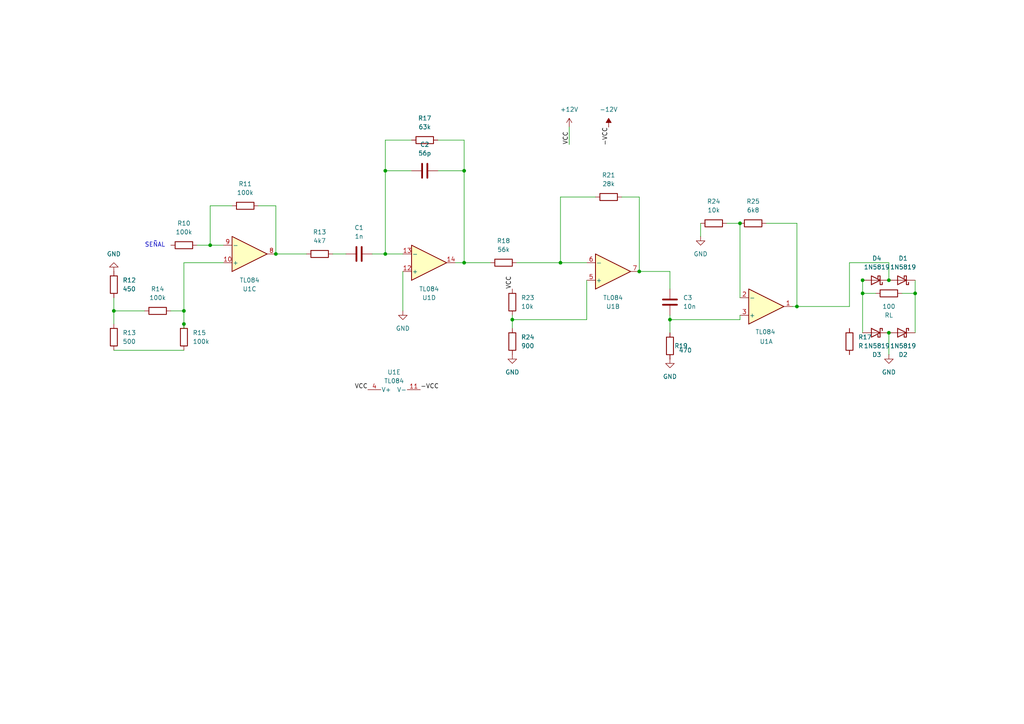
<source format=kicad_sch>
(kicad_sch
	(version 20250114)
	(generator "eeschema")
	(generator_version "9.0")
	(uuid "eb6234e6-f493-4732-a03a-a6519626b2b2")
	(paper "A4")
	(lib_symbols
		(symbol "Amplifier_Operational:TL084"
			(pin_names
				(offset 0.127)
			)
			(exclude_from_sim no)
			(in_bom yes)
			(on_board yes)
			(property "Reference" "U"
				(at 0 5.08 0)
				(effects
					(font
						(size 1.27 1.27)
					)
					(justify left)
				)
			)
			(property "Value" "TL084"
				(at 0 -5.08 0)
				(effects
					(font
						(size 1.27 1.27)
					)
					(justify left)
				)
			)
			(property "Footprint" ""
				(at -1.27 2.54 0)
				(effects
					(font
						(size 1.27 1.27)
					)
					(hide yes)
				)
			)
			(property "Datasheet" "http://www.ti.com/lit/ds/symlink/tl081.pdf"
				(at 1.27 5.08 0)
				(effects
					(font
						(size 1.27 1.27)
					)
					(hide yes)
				)
			)
			(property "Description" "Quad JFET-Input Operational Amplifiers, DIP-14/SOIC-14/SSOP-14"
				(at 0 0 0)
				(effects
					(font
						(size 1.27 1.27)
					)
					(hide yes)
				)
			)
			(property "ki_locked" ""
				(at 0 0 0)
				(effects
					(font
						(size 1.27 1.27)
					)
				)
			)
			(property "ki_keywords" "quad opamp"
				(at 0 0 0)
				(effects
					(font
						(size 1.27 1.27)
					)
					(hide yes)
				)
			)
			(property "ki_fp_filters" "SOIC*3.9x8.7mm*P1.27mm* DIP*W7.62mm* TSSOP*4.4x5mm*P0.65mm* SSOP*5.3x6.2mm*P0.65mm* MSOP*3x3mm*P0.5mm*"
				(at 0 0 0)
				(effects
					(font
						(size 1.27 1.27)
					)
					(hide yes)
				)
			)
			(symbol "TL084_1_1"
				(polyline
					(pts
						(xy -5.08 5.08) (xy 5.08 0) (xy -5.08 -5.08) (xy -5.08 5.08)
					)
					(stroke
						(width 0.254)
						(type default)
					)
					(fill
						(type background)
					)
				)
				(pin input line
					(at -7.62 2.54 0)
					(length 2.54)
					(name "+"
						(effects
							(font
								(size 1.27 1.27)
							)
						)
					)
					(number "3"
						(effects
							(font
								(size 1.27 1.27)
							)
						)
					)
				)
				(pin input line
					(at -7.62 -2.54 0)
					(length 2.54)
					(name "-"
						(effects
							(font
								(size 1.27 1.27)
							)
						)
					)
					(number "2"
						(effects
							(font
								(size 1.27 1.27)
							)
						)
					)
				)
				(pin output line
					(at 7.62 0 180)
					(length 2.54)
					(name "~"
						(effects
							(font
								(size 1.27 1.27)
							)
						)
					)
					(number "1"
						(effects
							(font
								(size 1.27 1.27)
							)
						)
					)
				)
			)
			(symbol "TL084_2_1"
				(polyline
					(pts
						(xy -5.08 5.08) (xy 5.08 0) (xy -5.08 -5.08) (xy -5.08 5.08)
					)
					(stroke
						(width 0.254)
						(type default)
					)
					(fill
						(type background)
					)
				)
				(pin input line
					(at -7.62 2.54 0)
					(length 2.54)
					(name "+"
						(effects
							(font
								(size 1.27 1.27)
							)
						)
					)
					(number "5"
						(effects
							(font
								(size 1.27 1.27)
							)
						)
					)
				)
				(pin input line
					(at -7.62 -2.54 0)
					(length 2.54)
					(name "-"
						(effects
							(font
								(size 1.27 1.27)
							)
						)
					)
					(number "6"
						(effects
							(font
								(size 1.27 1.27)
							)
						)
					)
				)
				(pin output line
					(at 7.62 0 180)
					(length 2.54)
					(name "~"
						(effects
							(font
								(size 1.27 1.27)
							)
						)
					)
					(number "7"
						(effects
							(font
								(size 1.27 1.27)
							)
						)
					)
				)
			)
			(symbol "TL084_3_1"
				(polyline
					(pts
						(xy -5.08 5.08) (xy 5.08 0) (xy -5.08 -5.08) (xy -5.08 5.08)
					)
					(stroke
						(width 0.254)
						(type default)
					)
					(fill
						(type background)
					)
				)
				(pin input line
					(at -7.62 2.54 0)
					(length 2.54)
					(name "+"
						(effects
							(font
								(size 1.27 1.27)
							)
						)
					)
					(number "10"
						(effects
							(font
								(size 1.27 1.27)
							)
						)
					)
				)
				(pin input line
					(at -7.62 -2.54 0)
					(length 2.54)
					(name "-"
						(effects
							(font
								(size 1.27 1.27)
							)
						)
					)
					(number "9"
						(effects
							(font
								(size 1.27 1.27)
							)
						)
					)
				)
				(pin output line
					(at 7.62 0 180)
					(length 2.54)
					(name "~"
						(effects
							(font
								(size 1.27 1.27)
							)
						)
					)
					(number "8"
						(effects
							(font
								(size 1.27 1.27)
							)
						)
					)
				)
			)
			(symbol "TL084_4_1"
				(polyline
					(pts
						(xy -5.08 5.08) (xy 5.08 0) (xy -5.08 -5.08) (xy -5.08 5.08)
					)
					(stroke
						(width 0.254)
						(type default)
					)
					(fill
						(type background)
					)
				)
				(pin input line
					(at -7.62 2.54 0)
					(length 2.54)
					(name "+"
						(effects
							(font
								(size 1.27 1.27)
							)
						)
					)
					(number "12"
						(effects
							(font
								(size 1.27 1.27)
							)
						)
					)
				)
				(pin input line
					(at -7.62 -2.54 0)
					(length 2.54)
					(name "-"
						(effects
							(font
								(size 1.27 1.27)
							)
						)
					)
					(number "13"
						(effects
							(font
								(size 1.27 1.27)
							)
						)
					)
				)
				(pin output line
					(at 7.62 0 180)
					(length 2.54)
					(name "~"
						(effects
							(font
								(size 1.27 1.27)
							)
						)
					)
					(number "14"
						(effects
							(font
								(size 1.27 1.27)
							)
						)
					)
				)
			)
			(symbol "TL084_5_1"
				(pin power_in line
					(at -2.54 7.62 270)
					(length 3.81)
					(name "V+"
						(effects
							(font
								(size 1.27 1.27)
							)
						)
					)
					(number "4"
						(effects
							(font
								(size 1.27 1.27)
							)
						)
					)
				)
				(pin power_in line
					(at -2.54 -7.62 90)
					(length 3.81)
					(name "V-"
						(effects
							(font
								(size 1.27 1.27)
							)
						)
					)
					(number "11"
						(effects
							(font
								(size 1.27 1.27)
							)
						)
					)
				)
			)
			(embedded_fonts no)
		)
		(symbol "Device:C"
			(pin_numbers
				(hide yes)
			)
			(pin_names
				(offset 0.254)
			)
			(exclude_from_sim no)
			(in_bom yes)
			(on_board yes)
			(property "Reference" "C"
				(at 0.635 2.54 0)
				(effects
					(font
						(size 1.27 1.27)
					)
					(justify left)
				)
			)
			(property "Value" "C"
				(at 0.635 -2.54 0)
				(effects
					(font
						(size 1.27 1.27)
					)
					(justify left)
				)
			)
			(property "Footprint" ""
				(at 0.9652 -3.81 0)
				(effects
					(font
						(size 1.27 1.27)
					)
					(hide yes)
				)
			)
			(property "Datasheet" "~"
				(at 0 0 0)
				(effects
					(font
						(size 1.27 1.27)
					)
					(hide yes)
				)
			)
			(property "Description" "Unpolarized capacitor"
				(at 0 0 0)
				(effects
					(font
						(size 1.27 1.27)
					)
					(hide yes)
				)
			)
			(property "ki_keywords" "cap capacitor"
				(at 0 0 0)
				(effects
					(font
						(size 1.27 1.27)
					)
					(hide yes)
				)
			)
			(property "ki_fp_filters" "C_*"
				(at 0 0 0)
				(effects
					(font
						(size 1.27 1.27)
					)
					(hide yes)
				)
			)
			(symbol "C_0_1"
				(polyline
					(pts
						(xy -2.032 0.762) (xy 2.032 0.762)
					)
					(stroke
						(width 0.508)
						(type default)
					)
					(fill
						(type none)
					)
				)
				(polyline
					(pts
						(xy -2.032 -0.762) (xy 2.032 -0.762)
					)
					(stroke
						(width 0.508)
						(type default)
					)
					(fill
						(type none)
					)
				)
			)
			(symbol "C_1_1"
				(pin passive line
					(at 0 3.81 270)
					(length 2.794)
					(name "~"
						(effects
							(font
								(size 1.27 1.27)
							)
						)
					)
					(number "1"
						(effects
							(font
								(size 1.27 1.27)
							)
						)
					)
				)
				(pin passive line
					(at 0 -3.81 90)
					(length 2.794)
					(name "~"
						(effects
							(font
								(size 1.27 1.27)
							)
						)
					)
					(number "2"
						(effects
							(font
								(size 1.27 1.27)
							)
						)
					)
				)
			)
			(embedded_fonts no)
		)
		(symbol "Device:R"
			(pin_numbers
				(hide yes)
			)
			(pin_names
				(offset 0)
			)
			(exclude_from_sim no)
			(in_bom yes)
			(on_board yes)
			(property "Reference" "R"
				(at 2.032 0 90)
				(effects
					(font
						(size 1.27 1.27)
					)
				)
			)
			(property "Value" "R"
				(at 0 0 90)
				(effects
					(font
						(size 1.27 1.27)
					)
				)
			)
			(property "Footprint" ""
				(at -1.778 0 90)
				(effects
					(font
						(size 1.27 1.27)
					)
					(hide yes)
				)
			)
			(property "Datasheet" "~"
				(at 0 0 0)
				(effects
					(font
						(size 1.27 1.27)
					)
					(hide yes)
				)
			)
			(property "Description" "Resistor"
				(at 0 0 0)
				(effects
					(font
						(size 1.27 1.27)
					)
					(hide yes)
				)
			)
			(property "ki_keywords" "R res resistor"
				(at 0 0 0)
				(effects
					(font
						(size 1.27 1.27)
					)
					(hide yes)
				)
			)
			(property "ki_fp_filters" "R_*"
				(at 0 0 0)
				(effects
					(font
						(size 1.27 1.27)
					)
					(hide yes)
				)
			)
			(symbol "R_0_1"
				(rectangle
					(start -1.016 -2.54)
					(end 1.016 2.54)
					(stroke
						(width 0.254)
						(type default)
					)
					(fill
						(type none)
					)
				)
			)
			(symbol "R_1_1"
				(pin passive line
					(at 0 3.81 270)
					(length 1.27)
					(name "~"
						(effects
							(font
								(size 1.27 1.27)
							)
						)
					)
					(number "1"
						(effects
							(font
								(size 1.27 1.27)
							)
						)
					)
				)
				(pin passive line
					(at 0 -3.81 90)
					(length 1.27)
					(name "~"
						(effects
							(font
								(size 1.27 1.27)
							)
						)
					)
					(number "2"
						(effects
							(font
								(size 1.27 1.27)
							)
						)
					)
				)
			)
			(embedded_fonts no)
		)
		(symbol "Diode:1N5819"
			(pin_numbers
				(hide yes)
			)
			(pin_names
				(offset 1.016)
				(hide yes)
			)
			(exclude_from_sim no)
			(in_bom yes)
			(on_board yes)
			(property "Reference" "D"
				(at 0 2.54 0)
				(effects
					(font
						(size 1.27 1.27)
					)
				)
			)
			(property "Value" "1N5819"
				(at 0 -2.54 0)
				(effects
					(font
						(size 1.27 1.27)
					)
				)
			)
			(property "Footprint" "Diode_THT:D_DO-41_SOD81_P10.16mm_Horizontal"
				(at 0 -4.445 0)
				(effects
					(font
						(size 1.27 1.27)
					)
					(hide yes)
				)
			)
			(property "Datasheet" "http://www.vishay.com/docs/88525/1n5817.pdf"
				(at 0 0 0)
				(effects
					(font
						(size 1.27 1.27)
					)
					(hide yes)
				)
			)
			(property "Description" "40V 1A Schottky Barrier Rectifier Diode, DO-41"
				(at 0 0 0)
				(effects
					(font
						(size 1.27 1.27)
					)
					(hide yes)
				)
			)
			(property "ki_keywords" "diode Schottky"
				(at 0 0 0)
				(effects
					(font
						(size 1.27 1.27)
					)
					(hide yes)
				)
			)
			(property "ki_fp_filters" "D*DO?41*"
				(at 0 0 0)
				(effects
					(font
						(size 1.27 1.27)
					)
					(hide yes)
				)
			)
			(symbol "1N5819_0_1"
				(polyline
					(pts
						(xy -1.905 0.635) (xy -1.905 1.27) (xy -1.27 1.27) (xy -1.27 -1.27) (xy -0.635 -1.27) (xy -0.635 -0.635)
					)
					(stroke
						(width 0.254)
						(type default)
					)
					(fill
						(type none)
					)
				)
				(polyline
					(pts
						(xy 1.27 1.27) (xy 1.27 -1.27) (xy -1.27 0) (xy 1.27 1.27)
					)
					(stroke
						(width 0.254)
						(type default)
					)
					(fill
						(type none)
					)
				)
				(polyline
					(pts
						(xy 1.27 0) (xy -1.27 0)
					)
					(stroke
						(width 0)
						(type default)
					)
					(fill
						(type none)
					)
				)
			)
			(symbol "1N5819_1_1"
				(pin passive line
					(at -3.81 0 0)
					(length 2.54)
					(name "K"
						(effects
							(font
								(size 1.27 1.27)
							)
						)
					)
					(number "1"
						(effects
							(font
								(size 1.27 1.27)
							)
						)
					)
				)
				(pin passive line
					(at 3.81 0 180)
					(length 2.54)
					(name "A"
						(effects
							(font
								(size 1.27 1.27)
							)
						)
					)
					(number "2"
						(effects
							(font
								(size 1.27 1.27)
							)
						)
					)
				)
			)
			(embedded_fonts no)
		)
		(symbol "power:+12V"
			(power)
			(pin_numbers
				(hide yes)
			)
			(pin_names
				(offset 0)
				(hide yes)
			)
			(exclude_from_sim no)
			(in_bom yes)
			(on_board yes)
			(property "Reference" "#PWR"
				(at 0 -3.81 0)
				(effects
					(font
						(size 1.27 1.27)
					)
					(hide yes)
				)
			)
			(property "Value" "+12V"
				(at 0 3.556 0)
				(effects
					(font
						(size 1.27 1.27)
					)
				)
			)
			(property "Footprint" ""
				(at 0 0 0)
				(effects
					(font
						(size 1.27 1.27)
					)
					(hide yes)
				)
			)
			(property "Datasheet" ""
				(at 0 0 0)
				(effects
					(font
						(size 1.27 1.27)
					)
					(hide yes)
				)
			)
			(property "Description" "Power symbol creates a global label with name \"+12V\""
				(at 0 0 0)
				(effects
					(font
						(size 1.27 1.27)
					)
					(hide yes)
				)
			)
			(property "ki_keywords" "global power"
				(at 0 0 0)
				(effects
					(font
						(size 1.27 1.27)
					)
					(hide yes)
				)
			)
			(symbol "+12V_0_1"
				(polyline
					(pts
						(xy -0.762 1.27) (xy 0 2.54)
					)
					(stroke
						(width 0)
						(type default)
					)
					(fill
						(type none)
					)
				)
				(polyline
					(pts
						(xy 0 2.54) (xy 0.762 1.27)
					)
					(stroke
						(width 0)
						(type default)
					)
					(fill
						(type none)
					)
				)
				(polyline
					(pts
						(xy 0 0) (xy 0 2.54)
					)
					(stroke
						(width 0)
						(type default)
					)
					(fill
						(type none)
					)
				)
			)
			(symbol "+12V_1_1"
				(pin power_in line
					(at 0 0 90)
					(length 0)
					(name "~"
						(effects
							(font
								(size 1.27 1.27)
							)
						)
					)
					(number "1"
						(effects
							(font
								(size 1.27 1.27)
							)
						)
					)
				)
			)
			(embedded_fonts no)
		)
		(symbol "power:-12V"
			(power)
			(pin_numbers
				(hide yes)
			)
			(pin_names
				(offset 0)
				(hide yes)
			)
			(exclude_from_sim no)
			(in_bom yes)
			(on_board yes)
			(property "Reference" "#PWR"
				(at 0 -3.81 0)
				(effects
					(font
						(size 1.27 1.27)
					)
					(hide yes)
				)
			)
			(property "Value" "-12V"
				(at 0 3.556 0)
				(effects
					(font
						(size 1.27 1.27)
					)
				)
			)
			(property "Footprint" ""
				(at 0 0 0)
				(effects
					(font
						(size 1.27 1.27)
					)
					(hide yes)
				)
			)
			(property "Datasheet" ""
				(at 0 0 0)
				(effects
					(font
						(size 1.27 1.27)
					)
					(hide yes)
				)
			)
			(property "Description" "Power symbol creates a global label with name \"-12V\""
				(at 0 0 0)
				(effects
					(font
						(size 1.27 1.27)
					)
					(hide yes)
				)
			)
			(property "ki_keywords" "global power"
				(at 0 0 0)
				(effects
					(font
						(size 1.27 1.27)
					)
					(hide yes)
				)
			)
			(symbol "-12V_0_0"
				(pin power_in line
					(at 0 0 90)
					(length 0)
					(name "~"
						(effects
							(font
								(size 1.27 1.27)
							)
						)
					)
					(number "1"
						(effects
							(font
								(size 1.27 1.27)
							)
						)
					)
				)
			)
			(symbol "-12V_0_1"
				(polyline
					(pts
						(xy 0 0) (xy 0 1.27) (xy 0.762 1.27) (xy 0 2.54) (xy -0.762 1.27) (xy 0 1.27)
					)
					(stroke
						(width 0)
						(type default)
					)
					(fill
						(type outline)
					)
				)
			)
			(embedded_fonts no)
		)
		(symbol "power:GND"
			(power)
			(pin_numbers
				(hide yes)
			)
			(pin_names
				(offset 0)
				(hide yes)
			)
			(exclude_from_sim no)
			(in_bom yes)
			(on_board yes)
			(property "Reference" "#PWR"
				(at 0 -6.35 0)
				(effects
					(font
						(size 1.27 1.27)
					)
					(hide yes)
				)
			)
			(property "Value" "GND"
				(at 0 -3.81 0)
				(effects
					(font
						(size 1.27 1.27)
					)
				)
			)
			(property "Footprint" ""
				(at 0 0 0)
				(effects
					(font
						(size 1.27 1.27)
					)
					(hide yes)
				)
			)
			(property "Datasheet" ""
				(at 0 0 0)
				(effects
					(font
						(size 1.27 1.27)
					)
					(hide yes)
				)
			)
			(property "Description" "Power symbol creates a global label with name \"GND\" , ground"
				(at 0 0 0)
				(effects
					(font
						(size 1.27 1.27)
					)
					(hide yes)
				)
			)
			(property "ki_keywords" "global power"
				(at 0 0 0)
				(effects
					(font
						(size 1.27 1.27)
					)
					(hide yes)
				)
			)
			(symbol "GND_0_1"
				(polyline
					(pts
						(xy 0 0) (xy 0 -1.27) (xy 1.27 -1.27) (xy 0 -2.54) (xy -1.27 -1.27) (xy 0 -1.27)
					)
					(stroke
						(width 0)
						(type default)
					)
					(fill
						(type none)
					)
				)
			)
			(symbol "GND_1_1"
				(pin power_in line
					(at 0 0 270)
					(length 0)
					(name "~"
						(effects
							(font
								(size 1.27 1.27)
							)
						)
					)
					(number "1"
						(effects
							(font
								(size 1.27 1.27)
							)
						)
					)
				)
			)
			(embedded_fonts no)
		)
	)
	(text "SEÑAL"
		(exclude_from_sim no)
		(at 44.958 71.12 0)
		(effects
			(font
				(size 1.27 1.27)
			)
		)
		(uuid "7cf947da-9ccd-478f-8bce-882ce28b03e0")
	)
	(junction
		(at 148.59 92.71)
		(diameter 0)
		(color 0 0 0 0)
		(uuid "048c7b76-fde0-4e8a-9ff4-09c74236a845")
	)
	(junction
		(at 231.14 88.9)
		(diameter 0)
		(color 0 0 0 0)
		(uuid "05bb2c8d-6a7f-4cc0-b535-016172da9a55")
	)
	(junction
		(at 111.76 49.53)
		(diameter 0)
		(color 0 0 0 0)
		(uuid "14f0349d-7065-4ae7-8b91-b5133e1aeb77")
	)
	(junction
		(at 214.63 64.77)
		(diameter 0)
		(color 0 0 0 0)
		(uuid "1823e090-7f40-4a00-aea1-6f3fbfa7ea32")
	)
	(junction
		(at 185.42 78.74)
		(diameter 0)
		(color 0 0 0 0)
		(uuid "1bb91732-257c-4d12-af07-ca6236d996d3")
	)
	(junction
		(at 257.81 81.28)
		(diameter 0)
		(color 0 0 0 0)
		(uuid "3ce8a657-8eb5-45a7-bf21-5fdfc657695e")
	)
	(junction
		(at 257.81 96.52)
		(diameter 0)
		(color 0 0 0 0)
		(uuid "3d84f520-3a8f-4b32-a3d3-148d9a344c36")
	)
	(junction
		(at 134.62 76.2)
		(diameter 0)
		(color 0 0 0 0)
		(uuid "4dc247a4-0e04-4a9b-b631-ae45f5651226")
	)
	(junction
		(at 250.19 85.09)
		(diameter 0)
		(color 0 0 0 0)
		(uuid "5ad2a9ba-5f68-4be8-baf8-6e902fadf260")
	)
	(junction
		(at 53.34 90.17)
		(diameter 0)
		(color 0 0 0 0)
		(uuid "61c13578-1836-4b58-8387-4288b269c245")
	)
	(junction
		(at 134.62 49.53)
		(diameter 0)
		(color 0 0 0 0)
		(uuid "7fffa7ff-9112-4e73-823d-84f73c8d7c75")
	)
	(junction
		(at 162.56 76.2)
		(diameter 0)
		(color 0 0 0 0)
		(uuid "9915b662-d1e2-4666-8f25-afb6d9cda112")
	)
	(junction
		(at 53.34 93.98)
		(diameter 0)
		(color 0 0 0 0)
		(uuid "9ba10c32-aff8-4fa1-9a6f-74bf0ab9c674")
	)
	(junction
		(at 265.43 85.09)
		(diameter 0)
		(color 0 0 0 0)
		(uuid "9e16670f-2316-4cba-bf39-90fb6dc7692a")
	)
	(junction
		(at 33.02 90.17)
		(diameter 0)
		(color 0 0 0 0)
		(uuid "a2a74761-be40-4dea-92c7-e22824e02c4a")
	)
	(junction
		(at 60.96 71.12)
		(diameter 0)
		(color 0 0 0 0)
		(uuid "b0ed045e-28de-4df0-8bae-165c451f9c7c")
	)
	(junction
		(at 194.31 92.71)
		(diameter 0)
		(color 0 0 0 0)
		(uuid "cc5f8c45-e8ff-49a6-b6e5-355fed22b2fe")
	)
	(junction
		(at 111.76 73.66)
		(diameter 0)
		(color 0 0 0 0)
		(uuid "d7445cb0-e442-4e58-86ae-153cbdcecb7c")
	)
	(junction
		(at 80.01 73.66)
		(diameter 0)
		(color 0 0 0 0)
		(uuid "d7a14b8a-e3e4-494c-88bd-a3879f23332b")
	)
	(junction
		(at 250.19 81.28)
		(diameter 0)
		(color 0 0 0 0)
		(uuid "fcb932cd-8d5b-4f3b-a8ec-5859d79d9ca7")
	)
	(wire
		(pts
			(xy 265.43 85.09) (xy 265.43 96.52)
		)
		(stroke
			(width 0)
			(type default)
		)
		(uuid "00f454fc-d6d1-4df0-915f-cc0c75d17705")
	)
	(wire
		(pts
			(xy 165.1 41.91) (xy 165.1 36.83)
		)
		(stroke
			(width 0)
			(type default)
		)
		(uuid "04822084-dd46-43ec-9aef-3f8a06858888")
	)
	(wire
		(pts
			(xy 246.38 76.2) (xy 257.81 76.2)
		)
		(stroke
			(width 0)
			(type default)
		)
		(uuid "0683e45d-92a8-44f0-a1c8-ed6dd146e411")
	)
	(wire
		(pts
			(xy 214.63 92.71) (xy 214.63 91.44)
		)
		(stroke
			(width 0)
			(type default)
		)
		(uuid "0f74e2af-4e1a-42ce-89c0-64732cb322ee")
	)
	(wire
		(pts
			(xy 57.15 71.12) (xy 60.96 71.12)
		)
		(stroke
			(width 0)
			(type default)
		)
		(uuid "1036054e-5d68-437e-a6e4-aff23b494480")
	)
	(wire
		(pts
			(xy 229.87 88.9) (xy 231.14 88.9)
		)
		(stroke
			(width 0)
			(type default)
		)
		(uuid "11dbfa6f-7358-4f39-93b3-367c8646973d")
	)
	(wire
		(pts
			(xy 111.76 40.64) (xy 111.76 49.53)
		)
		(stroke
			(width 0)
			(type default)
		)
		(uuid "126b06d9-d3d8-4993-a482-77433b808dd2")
	)
	(wire
		(pts
			(xy 116.84 78.74) (xy 116.84 90.17)
		)
		(stroke
			(width 0)
			(type default)
		)
		(uuid "1905b9cb-3045-4787-89f7-30bc44c07691")
	)
	(wire
		(pts
			(xy 80.01 59.69) (xy 80.01 73.66)
		)
		(stroke
			(width 0)
			(type default)
		)
		(uuid "1e6753c3-3103-4698-bad5-ffee4617be24")
	)
	(wire
		(pts
			(xy 60.96 59.69) (xy 67.31 59.69)
		)
		(stroke
			(width 0)
			(type default)
		)
		(uuid "2644a608-6a31-444f-9fd4-b74f905e3181")
	)
	(wire
		(pts
			(xy 250.19 81.28) (xy 250.19 85.09)
		)
		(stroke
			(width 0)
			(type default)
		)
		(uuid "2738e999-dd44-4d01-b0be-fc95bd3beb17")
	)
	(wire
		(pts
			(xy 222.25 64.77) (xy 231.14 64.77)
		)
		(stroke
			(width 0)
			(type default)
		)
		(uuid "29ff6559-c0de-4672-8556-71516a99f0c1")
	)
	(wire
		(pts
			(xy 107.95 73.66) (xy 111.76 73.66)
		)
		(stroke
			(width 0)
			(type default)
		)
		(uuid "31ccc128-e2f3-4f7c-8ab9-1386a9a97b3c")
	)
	(wire
		(pts
			(xy 33.02 101.6) (xy 53.34 101.6)
		)
		(stroke
			(width 0)
			(type default)
		)
		(uuid "34b15c1b-ef61-431d-be76-78c473d07f34")
	)
	(wire
		(pts
			(xy 134.62 49.53) (xy 134.62 76.2)
		)
		(stroke
			(width 0)
			(type default)
		)
		(uuid "3803b4d6-b9e7-40cd-b56c-92bb65723639")
	)
	(wire
		(pts
			(xy 257.81 96.52) (xy 257.81 102.87)
		)
		(stroke
			(width 0)
			(type default)
		)
		(uuid "380c87cb-7bea-46a6-8c8a-caedfb0d2086")
	)
	(wire
		(pts
			(xy 261.62 85.09) (xy 265.43 85.09)
		)
		(stroke
			(width 0)
			(type default)
		)
		(uuid "3a186008-4c06-4533-a108-ed0edbff75f4")
	)
	(wire
		(pts
			(xy 111.76 49.53) (xy 119.38 49.53)
		)
		(stroke
			(width 0)
			(type default)
		)
		(uuid "4347477b-e00a-4bd8-91b2-322283d02ddd")
	)
	(wire
		(pts
			(xy 49.53 90.17) (xy 53.34 90.17)
		)
		(stroke
			(width 0)
			(type default)
		)
		(uuid "4aec3273-3172-4532-8c22-586d47331385")
	)
	(wire
		(pts
			(xy 231.14 64.77) (xy 231.14 88.9)
		)
		(stroke
			(width 0)
			(type default)
		)
		(uuid "5072230c-8a7e-4798-a657-f092c37058f4")
	)
	(wire
		(pts
			(xy 250.19 85.09) (xy 254 85.09)
		)
		(stroke
			(width 0)
			(type default)
		)
		(uuid "513b9a35-f4af-44c4-a648-6df6a4f59b93")
	)
	(wire
		(pts
			(xy 148.59 92.71) (xy 148.59 95.25)
		)
		(stroke
			(width 0)
			(type default)
		)
		(uuid "5af8e249-81e1-414f-bf94-9851760cb9cc")
	)
	(wire
		(pts
			(xy 257.81 76.2) (xy 257.81 81.28)
		)
		(stroke
			(width 0)
			(type default)
		)
		(uuid "5c3a9b62-3e6b-4fd3-9ddd-ef69c1a1cbd7")
	)
	(wire
		(pts
			(xy 53.34 93.98) (xy 53.34 90.17)
		)
		(stroke
			(width 0)
			(type default)
		)
		(uuid "5ed044f9-7c03-43c6-aec1-eda24b2859c0")
	)
	(wire
		(pts
			(xy 53.34 76.2) (xy 64.77 76.2)
		)
		(stroke
			(width 0)
			(type default)
		)
		(uuid "607c8120-f900-43db-be30-78e91d7f23fb")
	)
	(wire
		(pts
			(xy 111.76 49.53) (xy 111.76 73.66)
		)
		(stroke
			(width 0)
			(type default)
		)
		(uuid "6238713f-139a-48c5-be44-f0ae5febf29c")
	)
	(wire
		(pts
			(xy 162.56 57.15) (xy 172.72 57.15)
		)
		(stroke
			(width 0)
			(type default)
		)
		(uuid "64f196bf-5520-4b96-b148-7bae40203f1c")
	)
	(wire
		(pts
			(xy 162.56 76.2) (xy 162.56 57.15)
		)
		(stroke
			(width 0)
			(type default)
		)
		(uuid "65e858f2-c295-419f-95b1-61cde13a7d78")
	)
	(wire
		(pts
			(xy 231.14 88.9) (xy 246.38 88.9)
		)
		(stroke
			(width 0)
			(type default)
		)
		(uuid "693f3487-3546-4dd5-96ed-e2838ee458b4")
	)
	(wire
		(pts
			(xy 119.38 40.64) (xy 111.76 40.64)
		)
		(stroke
			(width 0)
			(type default)
		)
		(uuid "6f1fdf3b-e65f-4e47-b13e-900519c1e626")
	)
	(wire
		(pts
			(xy 149.86 76.2) (xy 162.56 76.2)
		)
		(stroke
			(width 0)
			(type default)
		)
		(uuid "6f3238bf-f40c-4337-b1dd-4ae7288377e5")
	)
	(wire
		(pts
			(xy 194.31 78.74) (xy 194.31 83.82)
		)
		(stroke
			(width 0)
			(type default)
		)
		(uuid "7a9ada88-4b60-4eb7-ad87-b8efa67225fd")
	)
	(wire
		(pts
			(xy 53.34 90.17) (xy 53.34 76.2)
		)
		(stroke
			(width 0)
			(type default)
		)
		(uuid "7c0aa52f-3274-434b-9ffd-e44f5ee30ef5")
	)
	(wire
		(pts
			(xy 194.31 91.44) (xy 194.31 92.71)
		)
		(stroke
			(width 0)
			(type default)
		)
		(uuid "8d5372bd-f1df-4a40-8d33-9055c1b83b0c")
	)
	(wire
		(pts
			(xy 210.82 64.77) (xy 214.63 64.77)
		)
		(stroke
			(width 0)
			(type default)
		)
		(uuid "90cfae78-54ae-4433-8cc6-f0060530c2f4")
	)
	(wire
		(pts
			(xy 60.96 71.12) (xy 60.96 59.69)
		)
		(stroke
			(width 0)
			(type default)
		)
		(uuid "927153d1-8c3e-4793-824e-06c2e604ce0f")
	)
	(wire
		(pts
			(xy 170.18 81.28) (xy 170.18 92.71)
		)
		(stroke
			(width 0)
			(type default)
		)
		(uuid "930b58a0-d3b7-44b5-b876-51b4585fd751")
	)
	(wire
		(pts
			(xy 127 40.64) (xy 134.62 40.64)
		)
		(stroke
			(width 0)
			(type default)
		)
		(uuid "96e7e118-1518-42ea-ba4d-4a3d84509c7a")
	)
	(wire
		(pts
			(xy 180.34 57.15) (xy 185.42 57.15)
		)
		(stroke
			(width 0)
			(type default)
		)
		(uuid "9770aa6b-dda0-42af-b191-c86c49a98745")
	)
	(wire
		(pts
			(xy 185.42 57.15) (xy 185.42 78.74)
		)
		(stroke
			(width 0)
			(type default)
		)
		(uuid "9a92ad23-288a-4c66-944b-39c6d2906747")
	)
	(wire
		(pts
			(xy 127 49.53) (xy 134.62 49.53)
		)
		(stroke
			(width 0)
			(type default)
		)
		(uuid "a6af5875-46f8-4129-a31c-ee0e119236e1")
	)
	(wire
		(pts
			(xy 148.59 92.71) (xy 170.18 92.71)
		)
		(stroke
			(width 0)
			(type default)
		)
		(uuid "a7cd6b77-aa3f-4089-9dca-9b79c80a440e")
	)
	(wire
		(pts
			(xy 251.46 81.28) (xy 250.19 81.28)
		)
		(stroke
			(width 0)
			(type default)
		)
		(uuid "ab4322c6-e00d-4668-8f74-b571ac08849c")
	)
	(wire
		(pts
			(xy 214.63 64.77) (xy 214.63 86.36)
		)
		(stroke
			(width 0)
			(type default)
		)
		(uuid "ad38feac-6dac-4af5-9b6f-240fc49101d4")
	)
	(wire
		(pts
			(xy 33.02 90.17) (xy 41.91 90.17)
		)
		(stroke
			(width 0)
			(type default)
		)
		(uuid "aebdbf11-eedf-4a87-8462-f3b042060c92")
	)
	(wire
		(pts
			(xy 53.34 93.98) (xy 53.34 95.25)
		)
		(stroke
			(width 0)
			(type default)
		)
		(uuid "bb28368c-69a7-4e24-944b-039b8041d40e")
	)
	(wire
		(pts
			(xy 134.62 76.2) (xy 142.24 76.2)
		)
		(stroke
			(width 0)
			(type default)
		)
		(uuid "c01eb028-65db-438a-8fa9-3b7137d55343")
	)
	(wire
		(pts
			(xy 194.31 92.71) (xy 214.63 92.71)
		)
		(stroke
			(width 0)
			(type default)
		)
		(uuid "c1710a3c-d0bc-4295-a795-a67a23b2ce77")
	)
	(wire
		(pts
			(xy 162.56 76.2) (xy 170.18 76.2)
		)
		(stroke
			(width 0)
			(type default)
		)
		(uuid "c393c724-d105-4436-b34b-1b1f44e61a00")
	)
	(wire
		(pts
			(xy 74.93 59.69) (xy 80.01 59.69)
		)
		(stroke
			(width 0)
			(type default)
		)
		(uuid "c45ddff4-b3dd-4946-8468-54718ad09aa3")
	)
	(wire
		(pts
			(xy 134.62 40.64) (xy 134.62 49.53)
		)
		(stroke
			(width 0)
			(type default)
		)
		(uuid "ca652c71-5a7d-4b63-9c5e-d3220e83ca8d")
	)
	(wire
		(pts
			(xy 203.2 64.77) (xy 203.2 68.58)
		)
		(stroke
			(width 0)
			(type default)
		)
		(uuid "cb6f1fdc-fb35-476d-a01d-bfbe741c2bfe")
	)
	(wire
		(pts
			(xy 60.96 71.12) (xy 64.77 71.12)
		)
		(stroke
			(width 0)
			(type default)
		)
		(uuid "cde9516f-3beb-4dbc-a7b0-55fff032c061")
	)
	(wire
		(pts
			(xy 80.01 73.66) (xy 88.9 73.66)
		)
		(stroke
			(width 0)
			(type default)
		)
		(uuid "ce005c30-b44f-4d21-a02d-d7b01ca08466")
	)
	(wire
		(pts
			(xy 265.43 81.28) (xy 265.43 85.09)
		)
		(stroke
			(width 0)
			(type default)
		)
		(uuid "d1cfbe91-64d8-4be0-8405-4e7504000545")
	)
	(wire
		(pts
			(xy 33.02 90.17) (xy 33.02 93.98)
		)
		(stroke
			(width 0)
			(type default)
		)
		(uuid "d3f996b2-e1aa-4e47-afca-ac13dc5a3262")
	)
	(wire
		(pts
			(xy 246.38 88.9) (xy 246.38 76.2)
		)
		(stroke
			(width 0)
			(type default)
		)
		(uuid "d7ed4d18-069b-4304-a63e-60c71dbb5f61")
	)
	(wire
		(pts
			(xy 185.42 78.74) (xy 194.31 78.74)
		)
		(stroke
			(width 0)
			(type default)
		)
		(uuid "d955a508-a28c-4198-9e2b-8fe6d8bbf219")
	)
	(wire
		(pts
			(xy 148.59 91.44) (xy 148.59 92.71)
		)
		(stroke
			(width 0)
			(type default)
		)
		(uuid "db6bd93d-3b22-4cd9-84cc-a825e278dd85")
	)
	(wire
		(pts
			(xy 132.08 76.2) (xy 134.62 76.2)
		)
		(stroke
			(width 0)
			(type default)
		)
		(uuid "e5240f2b-c4dd-4704-9ff5-d6371f762478")
	)
	(wire
		(pts
			(xy 194.31 92.71) (xy 194.31 96.52)
		)
		(stroke
			(width 0)
			(type default)
		)
		(uuid "e67cdf20-ddfd-49ee-bef0-fd6c258b3edb")
	)
	(wire
		(pts
			(xy 250.19 85.09) (xy 250.19 96.52)
		)
		(stroke
			(width 0)
			(type default)
		)
		(uuid "eaeb0ee1-e3f2-43c4-8c73-27f0e530bb39")
	)
	(wire
		(pts
			(xy 33.02 86.36) (xy 33.02 90.17)
		)
		(stroke
			(width 0)
			(type default)
		)
		(uuid "f0c516ce-2000-4389-a4ab-7fb0b0810dc7")
	)
	(wire
		(pts
			(xy 96.52 73.66) (xy 100.33 73.66)
		)
		(stroke
			(width 0)
			(type default)
		)
		(uuid "f2a32a4f-62d4-4fca-b0a0-0b33cab96145")
	)
	(wire
		(pts
			(xy 111.76 73.66) (xy 116.84 73.66)
		)
		(stroke
			(width 0)
			(type default)
		)
		(uuid "f73f7102-7e42-43b0-933a-e68b688eecb3")
	)
	(label "-VCC"
		(at 121.92 113.03 0)
		(effects
			(font
				(size 1.27 1.27)
			)
			(justify left bottom)
		)
		(uuid "16ccf5ec-4347-43de-9294-7d48928206b4")
	)
	(label "VCC"
		(at 106.68 113.03 180)
		(effects
			(font
				(size 1.27 1.27)
			)
			(justify right bottom)
		)
		(uuid "53d94cd7-5f41-4f10-a928-09dad25712b7")
	)
	(label "-VCC"
		(at 176.53 36.83 270)
		(effects
			(font
				(size 1.27 1.27)
			)
			(justify right bottom)
		)
		(uuid "7540df7b-3258-4283-8019-96b99d4dcbb6")
	)
	(label "VCC"
		(at 148.59 83.82 90)
		(effects
			(font
				(size 1.27 1.27)
			)
			(justify left bottom)
		)
		(uuid "b2d68f77-e967-436f-81f1-10d0538ccdbb")
	)
	(label "VCC"
		(at 165.1 41.91 90)
		(effects
			(font
				(size 1.27 1.27)
			)
			(justify left bottom)
		)
		(uuid "c0c75793-4fb0-4158-8dc6-68fb8e1f1859")
	)
	(symbol
		(lib_id "Device:R")
		(at 246.38 99.06 0)
		(unit 1)
		(exclude_from_sim no)
		(in_bom yes)
		(on_board yes)
		(dnp no)
		(fields_autoplaced yes)
		(uuid "02907f7c-ec03-4814-85cc-840f54bbb4db")
		(property "Reference" "R17"
			(at 248.92 97.7899 0)
			(effects
				(font
					(size 1.27 1.27)
				)
				(justify left)
			)
		)
		(property "Value" "R"
			(at 248.92 100.3299 0)
			(effects
				(font
					(size 1.27 1.27)
				)
				(justify left)
			)
		)
		(property "Footprint" ""
			(at 244.602 99.06 90)
			(effects
				(font
					(size 1.27 1.27)
				)
				(hide yes)
			)
		)
		(property "Datasheet" "~"
			(at 246.38 99.06 0)
			(effects
				(font
					(size 1.27 1.27)
				)
				(hide yes)
			)
		)
		(property "Description" "Resistor"
			(at 246.38 99.06 0)
			(effects
				(font
					(size 1.27 1.27)
				)
				(hide yes)
			)
		)
		(pin "2"
			(uuid "135a652b-ed27-444f-96f1-7099ee3b0a5a")
		)
		(pin "1"
			(uuid "0e0a17d5-8eb6-486e-8cb7-cd87c17c64bd")
		)
		(instances
			(project ""
				(path "/eb6234e6-f493-4732-a03a-a6519626b2b2"
					(reference "R17")
					(unit 1)
				)
			)
		)
	)
	(symbol
		(lib_id "Device:R")
		(at 53.34 71.12 90)
		(unit 1)
		(exclude_from_sim no)
		(in_bom yes)
		(on_board yes)
		(dnp no)
		(fields_autoplaced yes)
		(uuid "06950d50-8edd-4491-9f55-eccd3c8ec440")
		(property "Reference" "R10"
			(at 53.34 64.77 90)
			(effects
				(font
					(size 1.27 1.27)
				)
			)
		)
		(property "Value" "100k"
			(at 53.34 67.31 90)
			(effects
				(font
					(size 1.27 1.27)
				)
			)
		)
		(property "Footprint" "Resistor_THT:R_Axial_DIN0207_L6.3mm_D2.5mm_P7.62mm_Horizontal"
			(at 53.34 72.898 90)
			(effects
				(font
					(size 1.27 1.27)
				)
				(hide yes)
			)
		)
		(property "Datasheet" "~"
			(at 53.34 71.12 0)
			(effects
				(font
					(size 1.27 1.27)
				)
				(hide yes)
			)
		)
		(property "Description" "Resistor"
			(at 53.34 71.12 0)
			(effects
				(font
					(size 1.27 1.27)
				)
				(hide yes)
			)
		)
		(pin "2"
			(uuid "5ec3bd84-65e5-4d97-ba93-d953ed4c1d8c")
		)
		(pin "1"
			(uuid "9dd9f0e9-d415-4a97-9d2c-1c1f8c4cc1e6")
		)
		(instances
			(project ""
				(path "/eb6234e6-f493-4732-a03a-a6519626b2b2"
					(reference "R10")
					(unit 1)
				)
			)
		)
	)
	(symbol
		(lib_id "Device:R")
		(at 53.34 97.79 0)
		(unit 1)
		(exclude_from_sim no)
		(in_bom yes)
		(on_board yes)
		(dnp no)
		(fields_autoplaced yes)
		(uuid "19174b9a-cf26-4b7e-8113-4153439c9665")
		(property "Reference" "R15"
			(at 55.88 96.5199 0)
			(effects
				(font
					(size 1.27 1.27)
				)
				(justify left)
			)
		)
		(property "Value" "100k"
			(at 55.88 99.0599 0)
			(effects
				(font
					(size 1.27 1.27)
				)
				(justify left)
			)
		)
		(property "Footprint" "Resistor_THT:R_Axial_DIN0207_L6.3mm_D2.5mm_P7.62mm_Horizontal"
			(at 51.562 97.79 90)
			(effects
				(font
					(size 1.27 1.27)
				)
				(hide yes)
			)
		)
		(property "Datasheet" "~"
			(at 53.34 97.79 0)
			(effects
				(font
					(size 1.27 1.27)
				)
				(hide yes)
			)
		)
		(property "Description" "Resistor"
			(at 53.34 97.79 0)
			(effects
				(font
					(size 1.27 1.27)
				)
				(hide yes)
			)
		)
		(pin "2"
			(uuid "3e32ca79-ffe2-4425-952b-576760fbb205")
		)
		(pin "1"
			(uuid "aedd3997-f144-4aeb-9d17-803df272b9ea")
		)
		(instances
			(project ""
				(path "/eb6234e6-f493-4732-a03a-a6519626b2b2"
					(reference "R15")
					(unit 1)
				)
			)
		)
	)
	(symbol
		(lib_id "Device:R")
		(at 176.53 57.15 90)
		(unit 1)
		(exclude_from_sim no)
		(in_bom yes)
		(on_board yes)
		(dnp no)
		(fields_autoplaced yes)
		(uuid "36f294eb-c1c1-4f04-9919-b727e23bba97")
		(property "Reference" "R21"
			(at 176.53 50.8 90)
			(effects
				(font
					(size 1.27 1.27)
				)
			)
		)
		(property "Value" "28k"
			(at 176.53 53.34 90)
			(effects
				(font
					(size 1.27 1.27)
				)
			)
		)
		(property "Footprint" "Resistor_THT:R_Axial_DIN0207_L6.3mm_D2.5mm_P7.62mm_Horizontal"
			(at 176.53 58.928 90)
			(effects
				(font
					(size 1.27 1.27)
				)
				(hide yes)
			)
		)
		(property "Datasheet" "~"
			(at 176.53 57.15 0)
			(effects
				(font
					(size 1.27 1.27)
				)
				(hide yes)
			)
		)
		(property "Description" "Resistor"
			(at 176.53 57.15 0)
			(effects
				(font
					(size 1.27 1.27)
				)
				(hide yes)
			)
		)
		(pin "2"
			(uuid "6582c0fc-dc42-4f41-938b-679aca5992b3")
		)
		(pin "1"
			(uuid "f1e6f902-d129-490c-95c9-a0337e9af853")
		)
		(instances
			(project ""
				(path "/eb6234e6-f493-4732-a03a-a6519626b2b2"
					(reference "R21")
					(unit 1)
				)
			)
		)
	)
	(symbol
		(lib_id "Diode:1N5819")
		(at 254 81.28 180)
		(unit 1)
		(exclude_from_sim no)
		(in_bom yes)
		(on_board yes)
		(dnp no)
		(fields_autoplaced yes)
		(uuid "4205d990-e6ab-424c-a687-48aaf5b25a33")
		(property "Reference" "D4"
			(at 254.3175 74.93 0)
			(effects
				(font
					(size 1.27 1.27)
				)
			)
		)
		(property "Value" "1N5819"
			(at 254.3175 77.47 0)
			(effects
				(font
					(size 1.27 1.27)
				)
			)
		)
		(property "Footprint" "Diode_THT:D_DO-41_SOD81_P10.16mm_Horizontal"
			(at 254 76.835 0)
			(effects
				(font
					(size 1.27 1.27)
				)
				(hide yes)
			)
		)
		(property "Datasheet" "http://www.vishay.com/docs/88525/1n5817.pdf"
			(at 254 81.28 0)
			(effects
				(font
					(size 1.27 1.27)
				)
				(hide yes)
			)
		)
		(property "Description" "40V 1A Schottky Barrier Rectifier Diode, DO-41"
			(at 254 81.28 0)
			(effects
				(font
					(size 1.27 1.27)
				)
				(hide yes)
			)
		)
		(pin "2"
			(uuid "3a650e4a-ad0f-4764-ad56-ea8a6524eb24")
		)
		(pin "1"
			(uuid "752ad5bc-6527-477f-8a3c-641c77b59559")
		)
		(instances
			(project ""
				(path "/eb6234e6-f493-4732-a03a-a6519626b2b2"
					(reference "D4")
					(unit 1)
				)
			)
		)
	)
	(symbol
		(lib_id "Device:C")
		(at 194.31 87.63 180)
		(unit 1)
		(exclude_from_sim no)
		(in_bom yes)
		(on_board yes)
		(dnp no)
		(fields_autoplaced yes)
		(uuid "44c64cad-7cfe-4c54-9ba9-05d9342dd0fa")
		(property "Reference" "C3"
			(at 198.12 86.3599 0)
			(effects
				(font
					(size 1.27 1.27)
				)
				(justify right)
			)
		)
		(property "Value" "10n"
			(at 198.12 88.8999 0)
			(effects
				(font
					(size 1.27 1.27)
				)
				(justify right)
			)
		)
		(property "Footprint" "Capacitor_THT:C_Disc_D4.3mm_W1.9mm_P5.00mm"
			(at 193.3448 83.82 0)
			(effects
				(font
					(size 1.27 1.27)
				)
				(hide yes)
			)
		)
		(property "Datasheet" "~"
			(at 194.31 87.63 0)
			(effects
				(font
					(size 1.27 1.27)
				)
				(hide yes)
			)
		)
		(property "Description" "Unpolarized capacitor"
			(at 194.31 87.63 0)
			(effects
				(font
					(size 1.27 1.27)
				)
				(hide yes)
			)
		)
		(pin "1"
			(uuid "af319618-69a3-4c36-8ba9-6ec177f85aba")
		)
		(pin "2"
			(uuid "3fb0fa86-38c6-4324-8731-9a98ef9b305e")
		)
		(instances
			(project "Prueba"
				(path "/eb6234e6-f493-4732-a03a-a6519626b2b2"
					(reference "C3")
					(unit 1)
				)
			)
		)
	)
	(symbol
		(lib_id "Device:C")
		(at 123.19 49.53 90)
		(unit 1)
		(exclude_from_sim no)
		(in_bom yes)
		(on_board yes)
		(dnp no)
		(fields_autoplaced yes)
		(uuid "4b15c54b-3a16-4a60-ab1e-faf0cc00bd23")
		(property "Reference" "C2"
			(at 123.19 41.91 90)
			(effects
				(font
					(size 1.27 1.27)
				)
			)
		)
		(property "Value" "56p"
			(at 123.19 44.45 90)
			(effects
				(font
					(size 1.27 1.27)
				)
			)
		)
		(property "Footprint" "Capacitor_THT:C_Disc_D4.3mm_W1.9mm_P5.00mm"
			(at 127 48.5648 0)
			(effects
				(font
					(size 1.27 1.27)
				)
				(hide yes)
			)
		)
		(property "Datasheet" "~"
			(at 123.19 49.53 0)
			(effects
				(font
					(size 1.27 1.27)
				)
				(hide yes)
			)
		)
		(property "Description" "Unpolarized capacitor"
			(at 123.19 49.53 0)
			(effects
				(font
					(size 1.27 1.27)
				)
				(hide yes)
			)
		)
		(pin "1"
			(uuid "71459c95-6215-46ab-9d45-9b323c1bfb9b")
		)
		(pin "2"
			(uuid "43c04fcc-28ac-42f9-9ecc-4e1257b447a9")
		)
		(instances
			(project "Prueba"
				(path "/eb6234e6-f493-4732-a03a-a6519626b2b2"
					(reference "C2")
					(unit 1)
				)
			)
		)
	)
	(symbol
		(lib_id "Device:R")
		(at 194.31 100.33 0)
		(unit 1)
		(exclude_from_sim no)
		(in_bom yes)
		(on_board yes)
		(dnp no)
		(uuid "56a718e8-dda9-4ed6-9678-f242ef0341d5")
		(property "Reference" "R19"
			(at 195.58 100.3299 0)
			(effects
				(font
					(size 1.27 1.27)
				)
				(justify left)
			)
		)
		(property "Value" "470"
			(at 196.85 101.5999 0)
			(effects
				(font
					(size 1.27 1.27)
				)
				(justify left)
			)
		)
		(property "Footprint" "Resistor_THT:R_Axial_DIN0207_L6.3mm_D2.5mm_P7.62mm_Horizontal"
			(at 192.532 100.33 90)
			(effects
				(font
					(size 1.27 1.27)
				)
				(hide yes)
			)
		)
		(property "Datasheet" "~"
			(at 194.31 100.33 0)
			(effects
				(font
					(size 1.27 1.27)
				)
				(hide yes)
			)
		)
		(property "Description" "Resistor"
			(at 194.31 100.33 0)
			(effects
				(font
					(size 1.27 1.27)
				)
				(hide yes)
			)
		)
		(pin "1"
			(uuid "1fff712e-ea22-40c7-94ca-6f1f64306b98")
		)
		(pin "2"
			(uuid "96bbd3c8-2768-475b-8f0a-4a45087229ca")
		)
		(instances
			(project ""
				(path "/eb6234e6-f493-4732-a03a-a6519626b2b2"
					(reference "R19")
					(unit 1)
				)
			)
		)
	)
	(symbol
		(lib_id "Amplifier_Operational:TL084")
		(at 124.46 76.2 0)
		(mirror x)
		(unit 4)
		(exclude_from_sim no)
		(in_bom yes)
		(on_board yes)
		(dnp no)
		(fields_autoplaced yes)
		(uuid "5900fede-b5e3-4ff2-9b5d-9f38df16055b")
		(property "Reference" "U1"
			(at 124.46 86.36 0)
			(effects
				(font
					(size 1.27 1.27)
				)
			)
		)
		(property "Value" "TL084"
			(at 124.46 83.82 0)
			(effects
				(font
					(size 1.27 1.27)
				)
			)
		)
		(property "Footprint" ""
			(at 123.19 78.74 0)
			(effects
				(font
					(size 1.27 1.27)
				)
				(hide yes)
			)
		)
		(property "Datasheet" "http://www.ti.com/lit/ds/symlink/tl081.pdf"
			(at 125.73 81.28 0)
			(effects
				(font
					(size 1.27 1.27)
				)
				(hide yes)
			)
		)
		(property "Description" "Quad JFET-Input Operational Amplifiers, DIP-14/SOIC-14/SSOP-14"
			(at 124.46 76.2 0)
			(effects
				(font
					(size 1.27 1.27)
				)
				(hide yes)
			)
		)
		(pin "3"
			(uuid "3c56a8c2-d4fd-47df-80fb-8f9c7a928e45")
		)
		(pin "9"
			(uuid "889695d2-0dc5-4087-aef9-ab05e4c099e8")
		)
		(pin "10"
			(uuid "53e111cd-36b0-411f-b887-c4a1a4c6e72c")
		)
		(pin "13"
			(uuid "56c22c76-1742-4e78-be66-11ad8154e05a")
		)
		(pin "5"
			(uuid "31d2f964-4b84-4e39-864e-de598cf079c2")
		)
		(pin "6"
			(uuid "6d701e44-d8fd-4ecf-8df1-1dc01f1fe826")
		)
		(pin "8"
			(uuid "1c78dc59-2df8-4e27-befc-e37ff081d67c")
		)
		(pin "11"
			(uuid "182c59fb-15cb-43ea-9479-71278c8cbaa9")
		)
		(pin "12"
			(uuid "399f8106-6d97-4e96-b650-02b99db42f57")
		)
		(pin "4"
			(uuid "fce47f94-a46e-40cd-a5a5-625268019dc7")
		)
		(pin "7"
			(uuid "c1557462-2ce3-45e3-a40a-b500445acb4c")
		)
		(pin "14"
			(uuid "a9cbd7ee-773b-4df4-9256-551386d5d021")
		)
		(pin "1"
			(uuid "c8aebcb8-c80d-400c-a564-17df24984a57")
		)
		(pin "2"
			(uuid "4faa3697-88d8-4157-8413-b1dd39f010c8")
		)
		(instances
			(project ""
				(path "/eb6234e6-f493-4732-a03a-a6519626b2b2"
					(reference "U1")
					(unit 4)
				)
			)
		)
	)
	(symbol
		(lib_id "Diode:1N5819")
		(at 261.62 81.28 180)
		(unit 1)
		(exclude_from_sim no)
		(in_bom yes)
		(on_board yes)
		(dnp no)
		(fields_autoplaced yes)
		(uuid "5a2f0268-42bf-46ee-b7d9-903a2e328f6d")
		(property "Reference" "D1"
			(at 261.9375 74.93 0)
			(effects
				(font
					(size 1.27 1.27)
				)
			)
		)
		(property "Value" "1N5819"
			(at 261.9375 77.47 0)
			(effects
				(font
					(size 1.27 1.27)
				)
			)
		)
		(property "Footprint" "Diode_THT:D_DO-41_SOD81_P10.16mm_Horizontal"
			(at 261.62 76.835 0)
			(effects
				(font
					(size 1.27 1.27)
				)
				(hide yes)
			)
		)
		(property "Datasheet" "http://www.vishay.com/docs/88525/1n5817.pdf"
			(at 261.62 81.28 0)
			(effects
				(font
					(size 1.27 1.27)
				)
				(hide yes)
			)
		)
		(property "Description" "40V 1A Schottky Barrier Rectifier Diode, DO-41"
			(at 261.62 81.28 0)
			(effects
				(font
					(size 1.27 1.27)
				)
				(hide yes)
			)
		)
		(pin "2"
			(uuid "0601abbb-8dc7-491a-9402-c858d2dc27bc")
		)
		(pin "1"
			(uuid "83a54cf3-e587-465a-ab05-c6e37b6ee3fe")
		)
		(instances
			(project ""
				(path "/eb6234e6-f493-4732-a03a-a6519626b2b2"
					(reference "D1")
					(unit 1)
				)
			)
		)
	)
	(symbol
		(lib_id "power:GND")
		(at 33.02 78.74 180)
		(unit 1)
		(exclude_from_sim no)
		(in_bom yes)
		(on_board yes)
		(dnp no)
		(fields_autoplaced yes)
		(uuid "5fa77ea8-e9fd-4894-9ada-d1a8019a4830")
		(property "Reference" "#PWR03"
			(at 33.02 72.39 0)
			(effects
				(font
					(size 1.27 1.27)
				)
				(hide yes)
			)
		)
		(property "Value" "GND"
			(at 33.02 73.66 0)
			(effects
				(font
					(size 1.27 1.27)
				)
			)
		)
		(property "Footprint" ""
			(at 33.02 78.74 0)
			(effects
				(font
					(size 1.27 1.27)
				)
				(hide yes)
			)
		)
		(property "Datasheet" ""
			(at 33.02 78.74 0)
			(effects
				(font
					(size 1.27 1.27)
				)
				(hide yes)
			)
		)
		(property "Description" "Power symbol creates a global label with name \"GND\" , ground"
			(at 33.02 78.74 0)
			(effects
				(font
					(size 1.27 1.27)
				)
				(hide yes)
			)
		)
		(pin "1"
			(uuid "50495d6e-2c88-4889-8146-eed7ba8d9d56")
		)
		(instances
			(project ""
				(path "/eb6234e6-f493-4732-a03a-a6519626b2b2"
					(reference "#PWR03")
					(unit 1)
				)
			)
		)
	)
	(symbol
		(lib_id "Device:R")
		(at 218.44 64.77 90)
		(unit 1)
		(exclude_from_sim no)
		(in_bom yes)
		(on_board yes)
		(dnp no)
		(fields_autoplaced yes)
		(uuid "622792a1-5408-4544-bca8-5a435a493a29")
		(property "Reference" "R25"
			(at 218.44 58.42 90)
			(effects
				(font
					(size 1.27 1.27)
				)
			)
		)
		(property "Value" "6k8"
			(at 218.44 60.96 90)
			(effects
				(font
					(size 1.27 1.27)
				)
			)
		)
		(property "Footprint" "Resistor_THT:R_Axial_DIN0207_L6.3mm_D2.5mm_P7.62mm_Horizontal"
			(at 218.44 66.548 90)
			(effects
				(font
					(size 1.27 1.27)
				)
				(hide yes)
			)
		)
		(property "Datasheet" "~"
			(at 218.44 64.77 0)
			(effects
				(font
					(size 1.27 1.27)
				)
				(hide yes)
			)
		)
		(property "Description" "Resistor"
			(at 218.44 64.77 0)
			(effects
				(font
					(size 1.27 1.27)
				)
				(hide yes)
			)
		)
		(pin "1"
			(uuid "37c8bb16-c15b-4de3-803a-c93d683e716d")
		)
		(pin "2"
			(uuid "3131676f-0ba2-4fbd-b5ea-58c55aa442c7")
		)
		(instances
			(project ""
				(path "/eb6234e6-f493-4732-a03a-a6519626b2b2"
					(reference "R25")
					(unit 1)
				)
			)
		)
	)
	(symbol
		(lib_id "Amplifier_Operational:TL084")
		(at 72.39 73.66 0)
		(mirror x)
		(unit 3)
		(exclude_from_sim no)
		(in_bom yes)
		(on_board yes)
		(dnp no)
		(uuid "62e557ac-e165-4cb6-a851-a2d127a40e5b")
		(property "Reference" "U1"
			(at 72.39 83.82 0)
			(effects
				(font
					(size 1.27 1.27)
				)
			)
		)
		(property "Value" "TL084"
			(at 72.39 81.28 0)
			(effects
				(font
					(size 1.27 1.27)
				)
			)
		)
		(property "Footprint" ""
			(at 71.12 76.2 0)
			(effects
				(font
					(size 1.27 1.27)
				)
				(hide yes)
			)
		)
		(property "Datasheet" "http://www.ti.com/lit/ds/symlink/tl081.pdf"
			(at 73.66 78.74 0)
			(effects
				(font
					(size 1.27 1.27)
				)
				(hide yes)
			)
		)
		(property "Description" "Quad JFET-Input Operational Amplifiers, DIP-14/SOIC-14/SSOP-14"
			(at 72.39 73.66 0)
			(effects
				(font
					(size 1.27 1.27)
				)
				(hide yes)
			)
		)
		(pin "3"
			(uuid "3c56a8c2-d4fd-47df-80fb-8f9c7a928e45")
		)
		(pin "9"
			(uuid "889695d2-0dc5-4087-aef9-ab05e4c099e8")
		)
		(pin "10"
			(uuid "53e111cd-36b0-411f-b887-c4a1a4c6e72c")
		)
		(pin "13"
			(uuid "56c22c76-1742-4e78-be66-11ad8154e05a")
		)
		(pin "5"
			(uuid "31d2f964-4b84-4e39-864e-de598cf079c2")
		)
		(pin "6"
			(uuid "6d701e44-d8fd-4ecf-8df1-1dc01f1fe826")
		)
		(pin "8"
			(uuid "1c78dc59-2df8-4e27-befc-e37ff081d67c")
		)
		(pin "11"
			(uuid "182c59fb-15cb-43ea-9479-71278c8cbaa9")
		)
		(pin "12"
			(uuid "399f8106-6d97-4e96-b650-02b99db42f57")
		)
		(pin "4"
			(uuid "fce47f94-a46e-40cd-a5a5-625268019dc7")
		)
		(pin "7"
			(uuid "c1557462-2ce3-45e3-a40a-b500445acb4c")
		)
		(pin "14"
			(uuid "a9cbd7ee-773b-4df4-9256-551386d5d021")
		)
		(pin "1"
			(uuid "c8aebcb8-c80d-400c-a564-17df24984a57")
		)
		(pin "2"
			(uuid "4faa3697-88d8-4157-8413-b1dd39f010c8")
		)
		(instances
			(project ""
				(path "/eb6234e6-f493-4732-a03a-a6519626b2b2"
					(reference "U1")
					(unit 3)
				)
			)
		)
	)
	(symbol
		(lib_id "Device:R")
		(at 45.72 90.17 90)
		(unit 1)
		(exclude_from_sim no)
		(in_bom yes)
		(on_board yes)
		(dnp no)
		(fields_autoplaced yes)
		(uuid "65933be1-661c-486c-91e8-8d06398ea6ea")
		(property "Reference" "R14"
			(at 45.72 83.82 90)
			(effects
				(font
					(size 1.27 1.27)
				)
			)
		)
		(property "Value" "100k"
			(at 45.72 86.36 90)
			(effects
				(font
					(size 1.27 1.27)
				)
			)
		)
		(property "Footprint" "Resistor_THT:R_Axial_DIN0207_L6.3mm_D2.5mm_P7.62mm_Horizontal"
			(at 45.72 91.948 90)
			(effects
				(font
					(size 1.27 1.27)
				)
				(hide yes)
			)
		)
		(property "Datasheet" "~"
			(at 45.72 90.17 0)
			(effects
				(font
					(size 1.27 1.27)
				)
				(hide yes)
			)
		)
		(property "Description" "Resistor"
			(at 45.72 90.17 0)
			(effects
				(font
					(size 1.27 1.27)
				)
				(hide yes)
			)
		)
		(pin "2"
			(uuid "942e97fb-d408-4569-824a-0f9d955206ac")
		)
		(pin "1"
			(uuid "8d60154d-3b88-478c-9f14-5ee47cc7e072")
		)
		(instances
			(project ""
				(path "/eb6234e6-f493-4732-a03a-a6519626b2b2"
					(reference "R14")
					(unit 1)
				)
			)
		)
	)
	(symbol
		(lib_id "Device:R")
		(at 148.59 87.63 0)
		(unit 1)
		(exclude_from_sim no)
		(in_bom yes)
		(on_board yes)
		(dnp no)
		(fields_autoplaced yes)
		(uuid "71ff1cef-a87b-4814-b6b4-ce443612ef66")
		(property "Reference" "R23"
			(at 151.13 86.3599 0)
			(effects
				(font
					(size 1.27 1.27)
				)
				(justify left)
			)
		)
		(property "Value" "10k"
			(at 151.13 88.8999 0)
			(effects
				(font
					(size 1.27 1.27)
				)
				(justify left)
			)
		)
		(property "Footprint" "Resistor_THT:R_Axial_DIN0207_L6.3mm_D2.5mm_P7.62mm_Horizontal"
			(at 146.812 87.63 90)
			(effects
				(font
					(size 1.27 1.27)
				)
				(hide yes)
			)
		)
		(property "Datasheet" "~"
			(at 148.59 87.63 0)
			(effects
				(font
					(size 1.27 1.27)
				)
				(hide yes)
			)
		)
		(property "Description" "Resistor"
			(at 148.59 87.63 0)
			(effects
				(font
					(size 1.27 1.27)
				)
				(hide yes)
			)
		)
		(pin "2"
			(uuid "c6873527-a918-41a4-958c-486fc475861e")
		)
		(pin "1"
			(uuid "2532c89a-5cdf-4025-8da5-01c92550dae4")
		)
		(instances
			(project ""
				(path "/eb6234e6-f493-4732-a03a-a6519626b2b2"
					(reference "R23")
					(unit 1)
				)
			)
		)
	)
	(symbol
		(lib_id "Device:R")
		(at 257.81 85.09 270)
		(mirror x)
		(unit 1)
		(exclude_from_sim no)
		(in_bom yes)
		(on_board yes)
		(dnp no)
		(fields_autoplaced yes)
		(uuid "73f737d3-a945-482f-b83d-6993dd74ac6a")
		(property "Reference" "RL"
			(at 257.81 91.44 90)
			(effects
				(font
					(size 1.27 1.27)
				)
			)
		)
		(property "Value" "100"
			(at 257.81 88.9 90)
			(effects
				(font
					(size 1.27 1.27)
				)
			)
		)
		(property "Footprint" "Resistor_THT:R_Axial_DIN0207_L6.3mm_D2.5mm_P7.62mm_Horizontal"
			(at 257.81 86.868 90)
			(effects
				(font
					(size 1.27 1.27)
				)
				(hide yes)
			)
		)
		(property "Datasheet" "~"
			(at 257.81 85.09 0)
			(effects
				(font
					(size 1.27 1.27)
				)
				(hide yes)
			)
		)
		(property "Description" "Resistor"
			(at 257.81 85.09 0)
			(effects
				(font
					(size 1.27 1.27)
				)
				(hide yes)
			)
		)
		(pin "2"
			(uuid "e1dc7f72-d693-46e5-b250-670486c38468")
		)
		(pin "1"
			(uuid "b0eef4fe-cca3-4291-a98d-d0a3df556f6e")
		)
		(instances
			(project ""
				(path "/eb6234e6-f493-4732-a03a-a6519626b2b2"
					(reference "RL")
					(unit 1)
				)
			)
		)
	)
	(symbol
		(lib_id "Amplifier_Operational:TL084")
		(at -120.65 41.91 0)
		(unit 1)
		(exclude_from_sim no)
		(in_bom yes)
		(on_board yes)
		(dnp no)
		(fields_autoplaced yes)
		(uuid "7f59c13d-400c-4021-8331-26d013bfab60")
		(property "Reference" "U2"
			(at -120.65 31.75 0)
			(effects
				(font
					(size 1.27 1.27)
				)
			)
		)
		(property "Value" "TL084"
			(at -120.65 34.29 0)
			(effects
				(font
					(size 1.27 1.27)
				)
			)
		)
		(property "Footprint" ""
			(at -121.92 39.37 0)
			(effects
				(font
					(size 1.27 1.27)
				)
				(hide yes)
			)
		)
		(property "Datasheet" "http://www.ti.com/lit/ds/symlink/tl081.pdf"
			(at -119.38 36.83 0)
			(effects
				(font
					(size 1.27 1.27)
				)
				(hide yes)
			)
		)
		(property "Description" "Quad JFET-Input Operational Amplifiers, DIP-14/SOIC-14/SSOP-14"
			(at -120.65 41.91 0)
			(effects
				(font
					(size 1.27 1.27)
				)
				(hide yes)
			)
		)
		(pin "6"
			(uuid "1675bb05-dd9c-43e5-ac46-c67d7194298a")
		)
		(pin "3"
			(uuid "d530655a-ef73-43fb-bb94-d4a05f1ca1c0")
		)
		(pin "2"
			(uuid "8a887e43-eee3-4d94-bc9d-4197076c70c1")
		)
		(pin "1"
			(uuid "64cb1e84-afa5-4ab2-b513-f30703d38050")
		)
		(pin "5"
			(uuid "f15bff45-ff9f-401f-b363-a2dec9341183")
		)
		(pin "9"
			(uuid "7d6ba58c-2092-4be7-a33d-8ee1062653c3")
		)
		(pin "8"
			(uuid "adc42e77-554a-43db-abe0-1a436bb3f342")
		)
		(pin "12"
			(uuid "466271a1-b047-43b0-a68d-59bcfdcee7b6")
		)
		(pin "13"
			(uuid "ca07f963-62ea-431b-b7c9-c33c220f2652")
		)
		(pin "14"
			(uuid "938ddd10-003c-434f-9711-b5f61e3878f1")
		)
		(pin "7"
			(uuid "4d19cb8b-da41-43f3-adf9-ce4e80ff26e9")
		)
		(pin "10"
			(uuid "0ce59a22-c756-4bb0-b908-c115e371a232")
		)
		(pin "11"
			(uuid "2e300ac0-d361-4610-8dd5-4018144132fa")
		)
		(pin "4"
			(uuid "48f6159c-5520-4d5d-a33a-e94f7fec7c39")
		)
		(instances
			(project ""
				(path "/eb6234e6-f493-4732-a03a-a6519626b2b2"
					(reference "U2")
					(unit 1)
				)
			)
		)
	)
	(symbol
		(lib_id "Device:R")
		(at 207.01 64.77 90)
		(unit 1)
		(exclude_from_sim no)
		(in_bom yes)
		(on_board yes)
		(dnp no)
		(fields_autoplaced yes)
		(uuid "813feed6-a0ae-4e76-8d9e-8150028cd918")
		(property "Reference" "R24"
			(at 207.01 58.42 90)
			(effects
				(font
					(size 1.27 1.27)
				)
			)
		)
		(property "Value" "10k"
			(at 207.01 60.96 90)
			(effects
				(font
					(size 1.27 1.27)
				)
			)
		)
		(property "Footprint" "Resistor_THT:R_Axial_DIN0207_L6.3mm_D2.5mm_P7.62mm_Horizontal"
			(at 207.01 66.548 90)
			(effects
				(font
					(size 1.27 1.27)
				)
				(hide yes)
			)
		)
		(property "Datasheet" "~"
			(at 207.01 64.77 0)
			(effects
				(font
					(size 1.27 1.27)
				)
				(hide yes)
			)
		)
		(property "Description" "Resistor"
			(at 207.01 64.77 0)
			(effects
				(font
					(size 1.27 1.27)
				)
				(hide yes)
			)
		)
		(pin "2"
			(uuid "2c3945ee-1de9-4a83-abf0-38701cd492ba")
		)
		(pin "1"
			(uuid "3d079f09-02e0-43b1-8052-8a5d45db02ec")
		)
		(instances
			(project ""
				(path "/eb6234e6-f493-4732-a03a-a6519626b2b2"
					(reference "R24")
					(unit 1)
				)
			)
		)
	)
	(symbol
		(lib_id "power:GND")
		(at 194.31 104.14 0)
		(unit 1)
		(exclude_from_sim no)
		(in_bom yes)
		(on_board yes)
		(dnp no)
		(fields_autoplaced yes)
		(uuid "87b51002-1c23-462f-9e59-0199e6e3f0a6")
		(property "Reference" "#PWR04"
			(at 194.31 110.49 0)
			(effects
				(font
					(size 1.27 1.27)
				)
				(hide yes)
			)
		)
		(property "Value" "GND"
			(at 194.31 109.22 0)
			(effects
				(font
					(size 1.27 1.27)
				)
			)
		)
		(property "Footprint" ""
			(at 194.31 104.14 0)
			(effects
				(font
					(size 1.27 1.27)
				)
				(hide yes)
			)
		)
		(property "Datasheet" ""
			(at 194.31 104.14 0)
			(effects
				(font
					(size 1.27 1.27)
				)
				(hide yes)
			)
		)
		(property "Description" "Power symbol creates a global label with name \"GND\" , ground"
			(at 194.31 104.14 0)
			(effects
				(font
					(size 1.27 1.27)
				)
				(hide yes)
			)
		)
		(pin "1"
			(uuid "452cbd6e-186c-44fa-8b38-271300151484")
		)
		(instances
			(project ""
				(path "/eb6234e6-f493-4732-a03a-a6519626b2b2"
					(reference "#PWR04")
					(unit 1)
				)
			)
		)
	)
	(symbol
		(lib_id "Device:C")
		(at 104.14 73.66 90)
		(unit 1)
		(exclude_from_sim no)
		(in_bom yes)
		(on_board yes)
		(dnp no)
		(fields_autoplaced yes)
		(uuid "8eed1ee1-001b-482f-b2e5-50d50db2efa4")
		(property "Reference" "C1"
			(at 104.14 66.04 90)
			(effects
				(font
					(size 1.27 1.27)
				)
			)
		)
		(property "Value" "1n"
			(at 104.14 68.58 90)
			(effects
				(font
					(size 1.27 1.27)
				)
			)
		)
		(property "Footprint" "Capacitor_THT:C_Disc_D3.0mm_W2.0mm_P2.50mm"
			(at 107.95 72.6948 0)
			(effects
				(font
					(size 1.27 1.27)
				)
				(hide yes)
			)
		)
		(property "Datasheet" "~"
			(at 104.14 73.66 0)
			(effects
				(font
					(size 1.27 1.27)
				)
				(hide yes)
			)
		)
		(property "Description" "Unpolarized capacitor"
			(at 104.14 73.66 0)
			(effects
				(font
					(size 1.27 1.27)
				)
				(hide yes)
			)
		)
		(pin "1"
			(uuid "b2e71ae6-7c64-4981-9a5b-c3291c9db6ed")
		)
		(pin "2"
			(uuid "e8d95b30-efe5-423b-94b1-730d771de98c")
		)
		(instances
			(project ""
				(path "/eb6234e6-f493-4732-a03a-a6519626b2b2"
					(reference "C1")
					(unit 1)
				)
			)
		)
	)
	(symbol
		(lib_id "Device:R")
		(at 148.59 99.06 0)
		(unit 1)
		(exclude_from_sim no)
		(in_bom yes)
		(on_board yes)
		(dnp no)
		(fields_autoplaced yes)
		(uuid "92cd7862-d3ec-447a-8601-e2b32d99ee89")
		(property "Reference" "R24"
			(at 151.13 97.7899 0)
			(effects
				(font
					(size 1.27 1.27)
				)
				(justify left)
			)
		)
		(property "Value" "900"
			(at 151.13 100.3299 0)
			(effects
				(font
					(size 1.27 1.27)
				)
				(justify left)
			)
		)
		(property "Footprint" "Resistor_THT:R_Axial_DIN0207_L6.3mm_D2.5mm_P7.62mm_Horizontal"
			(at 146.812 99.06 90)
			(effects
				(font
					(size 1.27 1.27)
				)
				(hide yes)
			)
		)
		(property "Datasheet" "~"
			(at 148.59 99.06 0)
			(effects
				(font
					(size 1.27 1.27)
				)
				(hide yes)
			)
		)
		(property "Description" "Resistor"
			(at 148.59 99.06 0)
			(effects
				(font
					(size 1.27 1.27)
				)
				(hide yes)
			)
		)
		(pin "1"
			(uuid "36eb208d-7f5b-4345-afa8-33123c4923de")
		)
		(pin "2"
			(uuid "11f9b8bc-2a19-4ad1-8902-137475ec3536")
		)
		(instances
			(project ""
				(path "/eb6234e6-f493-4732-a03a-a6519626b2b2"
					(reference "R24")
					(unit 1)
				)
			)
		)
	)
	(symbol
		(lib_id "Device:R")
		(at 33.02 97.79 0)
		(unit 1)
		(exclude_from_sim no)
		(in_bom yes)
		(on_board yes)
		(dnp no)
		(fields_autoplaced yes)
		(uuid "95f8da98-751c-4d52-bbea-75a8f8d55cba")
		(property "Reference" "R13"
			(at 35.56 96.5199 0)
			(effects
				(font
					(size 1.27 1.27)
				)
				(justify left)
			)
		)
		(property "Value" "500"
			(at 35.56 99.0599 0)
			(effects
				(font
					(size 1.27 1.27)
				)
				(justify left)
			)
		)
		(property "Footprint" "Resistor_THT:R_Axial_DIN0207_L6.3mm_D2.5mm_P7.62mm_Horizontal"
			(at 31.242 97.79 90)
			(effects
				(font
					(size 1.27 1.27)
				)
				(hide yes)
			)
		)
		(property "Datasheet" "~"
			(at 33.02 97.79 0)
			(effects
				(font
					(size 1.27 1.27)
				)
				(hide yes)
			)
		)
		(property "Description" "Resistor"
			(at 33.02 97.79 0)
			(effects
				(font
					(size 1.27 1.27)
				)
				(hide yes)
			)
		)
		(pin "1"
			(uuid "afc57cde-5544-4c59-883e-1101b4e1a0ea")
		)
		(pin "2"
			(uuid "da0e9c7d-e075-42bd-be7d-8ee3112982c0")
		)
		(instances
			(project ""
				(path "/eb6234e6-f493-4732-a03a-a6519626b2b2"
					(reference "R13")
					(unit 1)
				)
			)
		)
	)
	(symbol
		(lib_id "power:+12V")
		(at 165.1 36.83 0)
		(unit 1)
		(exclude_from_sim no)
		(in_bom yes)
		(on_board yes)
		(dnp no)
		(fields_autoplaced yes)
		(uuid "97185c5f-6657-4d5c-8bc3-66f6377a322f")
		(property "Reference" "#PWR07"
			(at 165.1 40.64 0)
			(effects
				(font
					(size 1.27 1.27)
				)
				(hide yes)
			)
		)
		(property "Value" "+12V"
			(at 165.1 31.75 0)
			(effects
				(font
					(size 1.27 1.27)
				)
			)
		)
		(property "Footprint" ""
			(at 165.1 36.83 0)
			(effects
				(font
					(size 1.27 1.27)
				)
				(hide yes)
			)
		)
		(property "Datasheet" ""
			(at 165.1 36.83 0)
			(effects
				(font
					(size 1.27 1.27)
				)
				(hide yes)
			)
		)
		(property "Description" "Power symbol creates a global label with name \"+12V\""
			(at 165.1 36.83 0)
			(effects
				(font
					(size 1.27 1.27)
				)
				(hide yes)
			)
		)
		(pin "1"
			(uuid "7556b20e-6247-4a33-acae-981c02826a29")
		)
		(instances
			(project ""
				(path "/eb6234e6-f493-4732-a03a-a6519626b2b2"
					(reference "#PWR07")
					(unit 1)
				)
			)
		)
	)
	(symbol
		(lib_id "Amplifier_Operational:TL084")
		(at 222.25 88.9 0)
		(mirror x)
		(unit 1)
		(exclude_from_sim no)
		(in_bom yes)
		(on_board yes)
		(dnp no)
		(uuid "9b472b1a-274e-4035-9212-9b6659694b73")
		(property "Reference" "U1"
			(at 222.25 99.06 0)
			(effects
				(font
					(size 1.27 1.27)
				)
			)
		)
		(property "Value" "TL084"
			(at 221.996 96.266 0)
			(effects
				(font
					(size 1.27 1.27)
				)
			)
		)
		(property "Footprint" ""
			(at 220.98 91.44 0)
			(effects
				(font
					(size 1.27 1.27)
				)
				(hide yes)
			)
		)
		(property "Datasheet" "http://www.ti.com/lit/ds/symlink/tl081.pdf"
			(at 223.52 93.98 0)
			(effects
				(font
					(size 1.27 1.27)
				)
				(hide yes)
			)
		)
		(property "Description" "Quad JFET-Input Operational Amplifiers, DIP-14/SOIC-14/SSOP-14"
			(at 222.25 88.9 0)
			(effects
				(font
					(size 1.27 1.27)
				)
				(hide yes)
			)
		)
		(pin "3"
			(uuid "3c56a8c2-d4fd-47df-80fb-8f9c7a928e45")
		)
		(pin "9"
			(uuid "889695d2-0dc5-4087-aef9-ab05e4c099e8")
		)
		(pin "10"
			(uuid "53e111cd-36b0-411f-b887-c4a1a4c6e72c")
		)
		(pin "13"
			(uuid "56c22c76-1742-4e78-be66-11ad8154e05a")
		)
		(pin "5"
			(uuid "31d2f964-4b84-4e39-864e-de598cf079c2")
		)
		(pin "6"
			(uuid "6d701e44-d8fd-4ecf-8df1-1dc01f1fe826")
		)
		(pin "8"
			(uuid "1c78dc59-2df8-4e27-befc-e37ff081d67c")
		)
		(pin "11"
			(uuid "182c59fb-15cb-43ea-9479-71278c8cbaa9")
		)
		(pin "12"
			(uuid "399f8106-6d97-4e96-b650-02b99db42f57")
		)
		(pin "4"
			(uuid "fce47f94-a46e-40cd-a5a5-625268019dc7")
		)
		(pin "7"
			(uuid "c1557462-2ce3-45e3-a40a-b500445acb4c")
		)
		(pin "14"
			(uuid "a9cbd7ee-773b-4df4-9256-551386d5d021")
		)
		(pin "1"
			(uuid "c8aebcb8-c80d-400c-a564-17df24984a57")
		)
		(pin "2"
			(uuid "4faa3697-88d8-4157-8413-b1dd39f010c8")
		)
		(instances
			(project ""
				(path "/eb6234e6-f493-4732-a03a-a6519626b2b2"
					(reference "U1")
					(unit 1)
				)
			)
		)
	)
	(symbol
		(lib_id "Device:R")
		(at 146.05 76.2 90)
		(unit 1)
		(exclude_from_sim no)
		(in_bom yes)
		(on_board yes)
		(dnp no)
		(fields_autoplaced yes)
		(uuid "a4120cdf-1259-4e59-91df-88733f43d53e")
		(property "Reference" "R18"
			(at 146.05 69.85 90)
			(effects
				(font
					(size 1.27 1.27)
				)
			)
		)
		(property "Value" "56k"
			(at 146.05 72.39 90)
			(effects
				(font
					(size 1.27 1.27)
				)
			)
		)
		(property "Footprint" "Resistor_THT:R_Axial_DIN0207_L6.3mm_D2.5mm_P7.62mm_Horizontal"
			(at 146.05 77.978 90)
			(effects
				(font
					(size 1.27 1.27)
				)
				(hide yes)
			)
		)
		(property "Datasheet" "~"
			(at 146.05 76.2 0)
			(effects
				(font
					(size 1.27 1.27)
				)
				(hide yes)
			)
		)
		(property "Description" "Resistor"
			(at 146.05 76.2 0)
			(effects
				(font
					(size 1.27 1.27)
				)
				(hide yes)
			)
		)
		(pin "1"
			(uuid "e1f210a0-8728-4ad4-9ede-1d621288bf15")
		)
		(pin "2"
			(uuid "f75f5890-ca27-4c46-bc3b-0f03603df6f6")
		)
		(instances
			(project ""
				(path "/eb6234e6-f493-4732-a03a-a6519626b2b2"
					(reference "R18")
					(unit 1)
				)
			)
		)
	)
	(symbol
		(lib_id "power:-12V")
		(at 176.53 36.83 0)
		(unit 1)
		(exclude_from_sim no)
		(in_bom yes)
		(on_board yes)
		(dnp no)
		(fields_autoplaced yes)
		(uuid "a52b1545-d6e5-4c8d-a29a-1b18839514ef")
		(property "Reference" "#PWR08"
			(at 176.53 40.64 0)
			(effects
				(font
					(size 1.27 1.27)
				)
				(hide yes)
			)
		)
		(property "Value" "-12V"
			(at 176.53 31.75 0)
			(effects
				(font
					(size 1.27 1.27)
				)
			)
		)
		(property "Footprint" ""
			(at 176.53 36.83 0)
			(effects
				(font
					(size 1.27 1.27)
				)
				(hide yes)
			)
		)
		(property "Datasheet" ""
			(at 176.53 36.83 0)
			(effects
				(font
					(size 1.27 1.27)
				)
				(hide yes)
			)
		)
		(property "Description" "Power symbol creates a global label with name \"-12V\""
			(at 176.53 36.83 0)
			(effects
				(font
					(size 1.27 1.27)
				)
				(hide yes)
			)
		)
		(pin "1"
			(uuid "7e256d6e-0324-46b2-8a47-125237c760e7")
		)
		(instances
			(project ""
				(path "/eb6234e6-f493-4732-a03a-a6519626b2b2"
					(reference "#PWR08")
					(unit 1)
				)
			)
		)
	)
	(symbol
		(lib_id "Amplifier_Operational:TL084")
		(at 114.3 110.49 90)
		(unit 5)
		(exclude_from_sim no)
		(in_bom yes)
		(on_board yes)
		(dnp no)
		(fields_autoplaced yes)
		(uuid "aadfee84-810b-42c4-869a-5583728c907b")
		(property "Reference" "U1"
			(at 114.3 107.95 90)
			(effects
				(font
					(size 1.27 1.27)
				)
			)
		)
		(property "Value" "TL084"
			(at 114.3 110.49 90)
			(effects
				(font
					(size 1.27 1.27)
				)
			)
		)
		(property "Footprint" ""
			(at 111.76 111.76 0)
			(effects
				(font
					(size 1.27 1.27)
				)
				(hide yes)
			)
		)
		(property "Datasheet" "http://www.ti.com/lit/ds/symlink/tl081.pdf"
			(at 109.22 109.22 0)
			(effects
				(font
					(size 1.27 1.27)
				)
				(hide yes)
			)
		)
		(property "Description" "Quad JFET-Input Operational Amplifiers, DIP-14/SOIC-14/SSOP-14"
			(at 114.3 110.49 0)
			(effects
				(font
					(size 1.27 1.27)
				)
				(hide yes)
			)
		)
		(pin "3"
			(uuid "3c56a8c2-d4fd-47df-80fb-8f9c7a928e45")
		)
		(pin "9"
			(uuid "889695d2-0dc5-4087-aef9-ab05e4c099e8")
		)
		(pin "10"
			(uuid "53e111cd-36b0-411f-b887-c4a1a4c6e72c")
		)
		(pin "13"
			(uuid "56c22c76-1742-4e78-be66-11ad8154e05a")
		)
		(pin "5"
			(uuid "31d2f964-4b84-4e39-864e-de598cf079c2")
		)
		(pin "6"
			(uuid "6d701e44-d8fd-4ecf-8df1-1dc01f1fe826")
		)
		(pin "8"
			(uuid "1c78dc59-2df8-4e27-befc-e37ff081d67c")
		)
		(pin "11"
			(uuid "182c59fb-15cb-43ea-9479-71278c8cbaa9")
		)
		(pin "12"
			(uuid "399f8106-6d97-4e96-b650-02b99db42f57")
		)
		(pin "4"
			(uuid "fce47f94-a46e-40cd-a5a5-625268019dc7")
		)
		(pin "7"
			(uuid "c1557462-2ce3-45e3-a40a-b500445acb4c")
		)
		(pin "14"
			(uuid "a9cbd7ee-773b-4df4-9256-551386d5d021")
		)
		(pin "1"
			(uuid "c8aebcb8-c80d-400c-a564-17df24984a57")
		)
		(pin "2"
			(uuid "4faa3697-88d8-4157-8413-b1dd39f010c8")
		)
		(instances
			(project ""
				(path "/eb6234e6-f493-4732-a03a-a6519626b2b2"
					(reference "U1")
					(unit 5)
				)
			)
		)
	)
	(symbol
		(lib_id "Device:R")
		(at 33.02 82.55 0)
		(unit 1)
		(exclude_from_sim no)
		(in_bom yes)
		(on_board yes)
		(dnp no)
		(fields_autoplaced yes)
		(uuid "b2a6feba-65c6-4fe3-97b9-dab80af1d2f5")
		(property "Reference" "R12"
			(at 35.56 81.2799 0)
			(effects
				(font
					(size 1.27 1.27)
				)
				(justify left)
			)
		)
		(property "Value" "450"
			(at 35.56 83.8199 0)
			(effects
				(font
					(size 1.27 1.27)
				)
				(justify left)
			)
		)
		(property "Footprint" "Resistor_THT:R_Axial_DIN0207_L6.3mm_D2.5mm_P7.62mm_Horizontal"
			(at 31.242 82.55 90)
			(effects
				(font
					(size 1.27 1.27)
				)
				(hide yes)
			)
		)
		(property "Datasheet" "~"
			(at 33.02 82.55 0)
			(effects
				(font
					(size 1.27 1.27)
				)
				(hide yes)
			)
		)
		(property "Description" "Resistor"
			(at 33.02 82.55 0)
			(effects
				(font
					(size 1.27 1.27)
				)
				(hide yes)
			)
		)
		(pin "1"
			(uuid "cbb1acd9-9396-4179-ba42-8b4bff92ed7f")
		)
		(pin "2"
			(uuid "e14dad07-3351-4c8d-a3d2-90ae5e389e4b")
		)
		(instances
			(project ""
				(path "/eb6234e6-f493-4732-a03a-a6519626b2b2"
					(reference "R12")
					(unit 1)
				)
			)
		)
	)
	(symbol
		(lib_id "power:GND")
		(at 257.81 102.87 0)
		(unit 1)
		(exclude_from_sim no)
		(in_bom yes)
		(on_board yes)
		(dnp no)
		(fields_autoplaced yes)
		(uuid "ba312426-6435-4875-bcae-72ee27bb4da8")
		(property "Reference" "#PWR06"
			(at 257.81 109.22 0)
			(effects
				(font
					(size 1.27 1.27)
				)
				(hide yes)
			)
		)
		(property "Value" "GND"
			(at 257.81 107.95 0)
			(effects
				(font
					(size 1.27 1.27)
				)
			)
		)
		(property "Footprint" ""
			(at 257.81 102.87 0)
			(effects
				(font
					(size 1.27 1.27)
				)
				(hide yes)
			)
		)
		(property "Datasheet" ""
			(at 257.81 102.87 0)
			(effects
				(font
					(size 1.27 1.27)
				)
				(hide yes)
			)
		)
		(property "Description" "Power symbol creates a global label with name \"GND\" , ground"
			(at 257.81 102.87 0)
			(effects
				(font
					(size 1.27 1.27)
				)
				(hide yes)
			)
		)
		(pin "1"
			(uuid "03878b9b-f661-4bbc-8511-481d6f16ed7a")
		)
		(instances
			(project ""
				(path "/eb6234e6-f493-4732-a03a-a6519626b2b2"
					(reference "#PWR06")
					(unit 1)
				)
			)
		)
	)
	(symbol
		(lib_id "Device:R")
		(at 71.12 59.69 90)
		(unit 1)
		(exclude_from_sim no)
		(in_bom yes)
		(on_board yes)
		(dnp no)
		(fields_autoplaced yes)
		(uuid "c9ac1360-dc60-4816-9e0f-445ac6d02ca6")
		(property "Reference" "R11"
			(at 71.12 53.34 90)
			(effects
				(font
					(size 1.27 1.27)
				)
			)
		)
		(property "Value" "100k"
			(at 71.12 55.88 90)
			(effects
				(font
					(size 1.27 1.27)
				)
			)
		)
		(property "Footprint" ""
			(at 71.12 61.468 90)
			(effects
				(font
					(size 1.27 1.27)
				)
				(hide yes)
			)
		)
		(property "Datasheet" "~"
			(at 71.12 59.69 0)
			(effects
				(font
					(size 1.27 1.27)
				)
				(hide yes)
			)
		)
		(property "Description" "Resistor"
			(at 71.12 59.69 0)
			(effects
				(font
					(size 1.27 1.27)
				)
				(hide yes)
			)
		)
		(pin "1"
			(uuid "1ec16ed6-9903-4537-ad6e-c85aad7ce371")
		)
		(pin "2"
			(uuid "ae886f36-10ae-4218-9f47-06912f4fb949")
		)
		(instances
			(project ""
				(path "/eb6234e6-f493-4732-a03a-a6519626b2b2"
					(reference "R11")
					(unit 1)
				)
			)
		)
	)
	(symbol
		(lib_id "Diode:1N5819")
		(at 261.62 96.52 0)
		(mirror y)
		(unit 1)
		(exclude_from_sim no)
		(in_bom yes)
		(on_board yes)
		(dnp no)
		(uuid "cca4f460-4661-499c-849d-2e48148b2a81")
		(property "Reference" "D2"
			(at 261.9375 102.87 0)
			(effects
				(font
					(size 1.27 1.27)
				)
			)
		)
		(property "Value" "1N5819"
			(at 261.9375 100.33 0)
			(effects
				(font
					(size 1.27 1.27)
				)
			)
		)
		(property "Footprint" "Diode_THT:D_DO-41_SOD81_P10.16mm_Horizontal"
			(at 261.62 100.965 0)
			(effects
				(font
					(size 1.27 1.27)
				)
				(hide yes)
			)
		)
		(property "Datasheet" "http://www.vishay.com/docs/88525/1n5817.pdf"
			(at 261.62 96.52 0)
			(effects
				(font
					(size 1.27 1.27)
				)
				(hide yes)
			)
		)
		(property "Description" "40V 1A Schottky Barrier Rectifier Diode, DO-41"
			(at 261.62 96.52 0)
			(effects
				(font
					(size 1.27 1.27)
				)
				(hide yes)
			)
		)
		(pin "2"
			(uuid "2b213cec-9184-4bdc-a63e-b5d2308dce1c")
		)
		(pin "1"
			(uuid "da704e96-f527-4b33-aaa3-5e0700c089e9")
		)
		(instances
			(project ""
				(path "/eb6234e6-f493-4732-a03a-a6519626b2b2"
					(reference "D2")
					(unit 1)
				)
			)
		)
	)
	(symbol
		(lib_id "power:GND")
		(at 116.84 90.17 0)
		(unit 1)
		(exclude_from_sim no)
		(in_bom yes)
		(on_board yes)
		(dnp no)
		(fields_autoplaced yes)
		(uuid "d4a1f881-ea18-4c1b-9ce2-181ee8843ccd")
		(property "Reference" "#PWR01"
			(at 116.84 96.52 0)
			(effects
				(font
					(size 1.27 1.27)
				)
				(hide yes)
			)
		)
		(property "Value" "GND"
			(at 116.84 95.25 0)
			(effects
				(font
					(size 1.27 1.27)
				)
			)
		)
		(property "Footprint" ""
			(at 116.84 90.17 0)
			(effects
				(font
					(size 1.27 1.27)
				)
				(hide yes)
			)
		)
		(property "Datasheet" ""
			(at 116.84 90.17 0)
			(effects
				(font
					(size 1.27 1.27)
				)
				(hide yes)
			)
		)
		(property "Description" "Power symbol creates a global label with name \"GND\" , ground"
			(at 116.84 90.17 0)
			(effects
				(font
					(size 1.27 1.27)
				)
				(hide yes)
			)
		)
		(pin "1"
			(uuid "d24de982-fdc0-4b9c-8941-e0a90ec95143")
		)
		(instances
			(project ""
				(path "/eb6234e6-f493-4732-a03a-a6519626b2b2"
					(reference "#PWR01")
					(unit 1)
				)
			)
		)
	)
	(symbol
		(lib_id "Diode:1N5819")
		(at 254 96.52 0)
		(mirror y)
		(unit 1)
		(exclude_from_sim no)
		(in_bom yes)
		(on_board yes)
		(dnp no)
		(fields_autoplaced yes)
		(uuid "da25bc00-e12a-469c-bbf7-293060732b98")
		(property "Reference" "D3"
			(at 254.3175 102.87 0)
			(effects
				(font
					(size 1.27 1.27)
				)
			)
		)
		(property "Value" "1N5819"
			(at 254.3175 100.33 0)
			(effects
				(font
					(size 1.27 1.27)
				)
			)
		)
		(property "Footprint" "Diode_THT:D_DO-41_SOD81_P10.16mm_Horizontal"
			(at 254 100.965 0)
			(effects
				(font
					(size 1.27 1.27)
				)
				(hide yes)
			)
		)
		(property "Datasheet" "http://www.vishay.com/docs/88525/1n5817.pdf"
			(at 254 96.52 0)
			(effects
				(font
					(size 1.27 1.27)
				)
				(hide yes)
			)
		)
		(property "Description" "40V 1A Schottky Barrier Rectifier Diode, DO-41"
			(at 254 96.52 0)
			(effects
				(font
					(size 1.27 1.27)
				)
				(hide yes)
			)
		)
		(pin "2"
			(uuid "5806d447-8651-49ba-9625-825cb4741d89")
		)
		(pin "1"
			(uuid "e27deea9-5cb6-42ee-83dd-1bad6fc4c49d")
		)
		(instances
			(project ""
				(path "/eb6234e6-f493-4732-a03a-a6519626b2b2"
					(reference "D3")
					(unit 1)
				)
			)
		)
	)
	(symbol
		(lib_id "power:GND")
		(at 203.2 68.58 0)
		(unit 1)
		(exclude_from_sim no)
		(in_bom yes)
		(on_board yes)
		(dnp no)
		(fields_autoplaced yes)
		(uuid "e32752c4-1887-40c1-99fa-ac9ef1680f3e")
		(property "Reference" "#PWR05"
			(at 203.2 74.93 0)
			(effects
				(font
					(size 1.27 1.27)
				)
				(hide yes)
			)
		)
		(property "Value" "GND"
			(at 203.2 73.66 0)
			(effects
				(font
					(size 1.27 1.27)
				)
			)
		)
		(property "Footprint" ""
			(at 203.2 68.58 0)
			(effects
				(font
					(size 1.27 1.27)
				)
				(hide yes)
			)
		)
		(property "Datasheet" ""
			(at 203.2 68.58 0)
			(effects
				(font
					(size 1.27 1.27)
				)
				(hide yes)
			)
		)
		(property "Description" "Power symbol creates a global label with name \"GND\" , ground"
			(at 203.2 68.58 0)
			(effects
				(font
					(size 1.27 1.27)
				)
				(hide yes)
			)
		)
		(pin "1"
			(uuid "871ee691-3f1d-4c5b-9936-50c5f60f88d4")
		)
		(instances
			(project ""
				(path "/eb6234e6-f493-4732-a03a-a6519626b2b2"
					(reference "#PWR05")
					(unit 1)
				)
			)
		)
	)
	(symbol
		(lib_id "Device:R")
		(at 123.19 40.64 90)
		(unit 1)
		(exclude_from_sim no)
		(in_bom yes)
		(on_board yes)
		(dnp no)
		(fields_autoplaced yes)
		(uuid "e6bab3c9-b299-45f0-b129-bf37ab7af741")
		(property "Reference" "R17"
			(at 123.19 34.29 90)
			(effects
				(font
					(size 1.27 1.27)
				)
			)
		)
		(property "Value" "63k"
			(at 123.19 36.83 90)
			(effects
				(font
					(size 1.27 1.27)
				)
			)
		)
		(property "Footprint" "Resistor_THT:R_Axial_DIN0207_L6.3mm_D2.5mm_P7.62mm_Horizontal"
			(at 123.19 42.418 90)
			(effects
				(font
					(size 1.27 1.27)
				)
				(hide yes)
			)
		)
		(property "Datasheet" "~"
			(at 123.19 40.64 0)
			(effects
				(font
					(size 1.27 1.27)
				)
				(hide yes)
			)
		)
		(property "Description" "Resistor"
			(at 123.19 40.64 0)
			(effects
				(font
					(size 1.27 1.27)
				)
				(hide yes)
			)
		)
		(pin "1"
			(uuid "9c971513-78c9-44cb-9eae-60afae418e73")
		)
		(pin "2"
			(uuid "50a00fdc-b7e6-4237-93d0-baf02cc1bd52")
		)
		(instances
			(project ""
				(path "/eb6234e6-f493-4732-a03a-a6519626b2b2"
					(reference "R17")
					(unit 1)
				)
			)
		)
	)
	(symbol
		(lib_id "Amplifier_Operational:TL084")
		(at 177.8 78.74 0)
		(mirror x)
		(unit 2)
		(exclude_from_sim no)
		(in_bom yes)
		(on_board yes)
		(dnp no)
		(fields_autoplaced yes)
		(uuid "e79070ea-3640-4431-b7f6-991734299e27")
		(property "Reference" "U1"
			(at 177.8 88.9 0)
			(effects
				(font
					(size 1.27 1.27)
				)
			)
		)
		(property "Value" "TL084"
			(at 177.8 86.36 0)
			(effects
				(font
					(size 1.27 1.27)
				)
			)
		)
		(property "Footprint" ""
			(at 176.53 81.28 0)
			(effects
				(font
					(size 1.27 1.27)
				)
				(hide yes)
			)
		)
		(property "Datasheet" "http://www.ti.com/lit/ds/symlink/tl081.pdf"
			(at 179.07 83.82 0)
			(effects
				(font
					(size 1.27 1.27)
				)
				(hide yes)
			)
		)
		(property "Description" "Quad JFET-Input Operational Amplifiers, DIP-14/SOIC-14/SSOP-14"
			(at 177.8 78.74 0)
			(effects
				(font
					(size 1.27 1.27)
				)
				(hide yes)
			)
		)
		(pin "3"
			(uuid "3c56a8c2-d4fd-47df-80fb-8f9c7a928e45")
		)
		(pin "9"
			(uuid "889695d2-0dc5-4087-aef9-ab05e4c099e8")
		)
		(pin "10"
			(uuid "53e111cd-36b0-411f-b887-c4a1a4c6e72c")
		)
		(pin "13"
			(uuid "56c22c76-1742-4e78-be66-11ad8154e05a")
		)
		(pin "5"
			(uuid "31d2f964-4b84-4e39-864e-de598cf079c2")
		)
		(pin "6"
			(uuid "6d701e44-d8fd-4ecf-8df1-1dc01f1fe826")
		)
		(pin "8"
			(uuid "1c78dc59-2df8-4e27-befc-e37ff081d67c")
		)
		(pin "11"
			(uuid "182c59fb-15cb-43ea-9479-71278c8cbaa9")
		)
		(pin "12"
			(uuid "399f8106-6d97-4e96-b650-02b99db42f57")
		)
		(pin "4"
			(uuid "fce47f94-a46e-40cd-a5a5-625268019dc7")
		)
		(pin "7"
			(uuid "c1557462-2ce3-45e3-a40a-b500445acb4c")
		)
		(pin "14"
			(uuid "a9cbd7ee-773b-4df4-9256-551386d5d021")
		)
		(pin "1"
			(uuid "c8aebcb8-c80d-400c-a564-17df24984a57")
		)
		(pin "2"
			(uuid "4faa3697-88d8-4157-8413-b1dd39f010c8")
		)
		(instances
			(project ""
				(path "/eb6234e6-f493-4732-a03a-a6519626b2b2"
					(reference "U1")
					(unit 2)
				)
			)
		)
	)
	(symbol
		(lib_id "power:GND")
		(at 148.59 102.87 0)
		(unit 1)
		(exclude_from_sim no)
		(in_bom yes)
		(on_board yes)
		(dnp no)
		(fields_autoplaced yes)
		(uuid "f64d5c06-86e8-4041-b42e-20d537190327")
		(property "Reference" "#PWR02"
			(at 148.59 109.22 0)
			(effects
				(font
					(size 1.27 1.27)
				)
				(hide yes)
			)
		)
		(property "Value" "GND"
			(at 148.59 107.95 0)
			(effects
				(font
					(size 1.27 1.27)
				)
			)
		)
		(property "Footprint" ""
			(at 148.59 102.87 0)
			(effects
				(font
					(size 1.27 1.27)
				)
				(hide yes)
			)
		)
		(property "Datasheet" ""
			(at 148.59 102.87 0)
			(effects
				(font
					(size 1.27 1.27)
				)
				(hide yes)
			)
		)
		(property "Description" "Power symbol creates a global label with name \"GND\" , ground"
			(at 148.59 102.87 0)
			(effects
				(font
					(size 1.27 1.27)
				)
				(hide yes)
			)
		)
		(pin "1"
			(uuid "e0612de3-9f20-49a1-a373-f9d94665812a")
		)
		(instances
			(project ""
				(path "/eb6234e6-f493-4732-a03a-a6519626b2b2"
					(reference "#PWR02")
					(unit 1)
				)
			)
		)
	)
	(symbol
		(lib_id "Device:R")
		(at 92.71 73.66 90)
		(unit 1)
		(exclude_from_sim no)
		(in_bom yes)
		(on_board yes)
		(dnp no)
		(fields_autoplaced yes)
		(uuid "f9e5f17b-bffc-447f-89d7-ae8baac7308f")
		(property "Reference" "R13"
			(at 92.71 67.31 90)
			(effects
				(font
					(size 1.27 1.27)
				)
			)
		)
		(property "Value" "4k7"
			(at 92.71 69.85 90)
			(effects
				(font
					(size 1.27 1.27)
				)
			)
		)
		(property "Footprint" "Resistor_THT:R_Axial_DIN0207_L6.3mm_D2.5mm_P7.62mm_Horizontal"
			(at 92.71 75.438 90)
			(effects
				(font
					(size 1.27 1.27)
				)
				(hide yes)
			)
		)
		(property "Datasheet" "~"
			(at 92.71 73.66 0)
			(effects
				(font
					(size 1.27 1.27)
				)
				(hide yes)
			)
		)
		(property "Description" "Resistor"
			(at 92.71 73.66 0)
			(effects
				(font
					(size 1.27 1.27)
				)
				(hide yes)
			)
		)
		(pin "1"
			(uuid "e9247254-06e0-4765-a745-edec333f456e")
		)
		(pin "2"
			(uuid "13a30d36-d6ce-426f-8412-7fdacb9f1b05")
		)
		(instances
			(project ""
				(path "/eb6234e6-f493-4732-a03a-a6519626b2b2"
					(reference "R13")
					(unit 1)
				)
			)
		)
	)
	(sheet_instances
		(path "/"
			(page "1")
		)
	)
	(embedded_fonts no)
)

</source>
